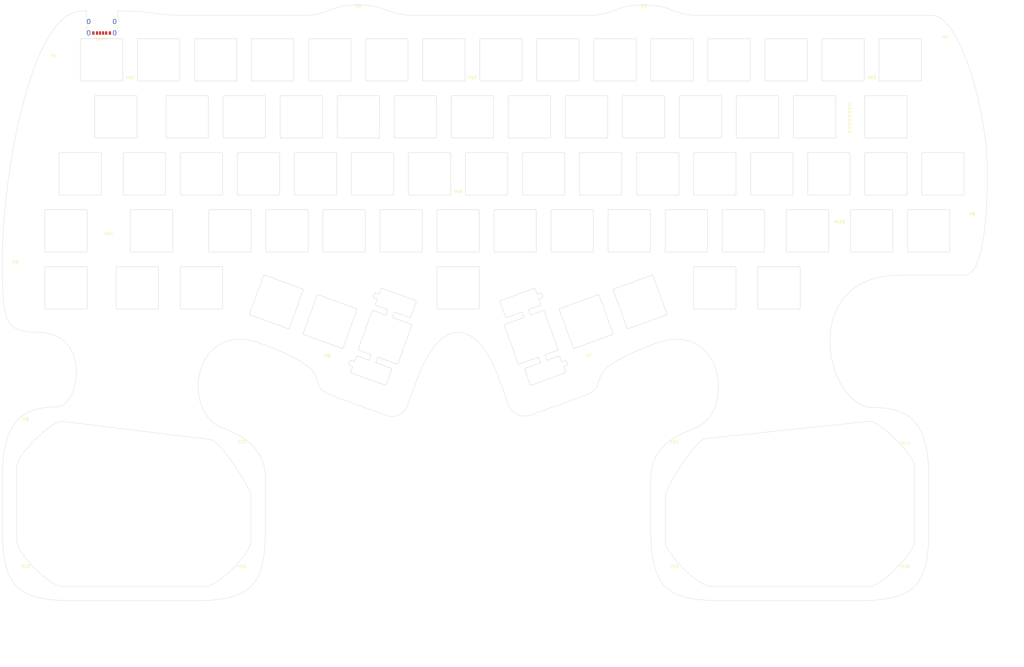
<source format=kicad_pcb>
(kicad_pcb (version 20241229) (generator "pcbnew") (generator_version "9.0")
  (layers (0 "F.Cu" signal) (2 "B.Cu" signal) (13 "F.Paste" user) (15 "B.Paste" user) (5 "F.SilkS" user "F.Silkscreen") (7 "B.SilkS" user "B.Silkscreen") (1 "F.Mask" user) (3 "B.Mask" user) (25 "Edge.Cuts" user))
  (net 0 "")
  (net 6 "Net-(Jusb1-VBUS-PadA9)")
  (footprint "tmr-lib:Switch_Cutout_powdercoat" (layer "F.Cu") (at 256.5 19)
    (property "Reference" "S28" (hide yes))
    (property "Value" "SWHole")
    (fp_line (start -7.05 -6.75) (end -7.05 6.75) (stroke (width 0.12)) (layer "Edge.Cuts"))
    (fp_line (start -6.75 -7.05) (end 6.75 -7.05) (stroke (width 0.12)) (layer "Edge.Cuts"))
    (fp_line (start -6.75 7.05) (end 6.75 7.05) (stroke (width 0.12)) (layer "Edge.Cuts"))
    (fp_line (start 7.05 -6.75) (end 7.05 6.75) (stroke (width 0.12)) (layer "Edge.Cuts"))
    (fp_arc (start -7.05 -6.75) (mid -6.962132 -6.962132) (end -6.75 -7.05) (stroke (width 0.12)) (layer "Edge.Cuts"))
    (fp_arc (start -6.75 7.05) (mid -6.962132 6.962132) (end -7.05 6.75) (stroke (width 0.12)) (layer "Edge.Cuts"))
    (fp_arc (start 6.75 -7.05) (mid 6.962132 -6.962132) (end 7.05 -6.75) (stroke (width 0.12)) (layer "Edge.Cuts"))
    (fp_arc (start 7.05 6.75) (mid 6.962132 6.962132) (end 6.75 7.05) (stroke (width 0.12)) (layer "Edge.Cuts"))
  )
  (footprint "tmr-lib:MountingHole_2.7mm_M2.5" (layer "F.Cu") (at 104.5 -14.25)
    (property "Reference" "H2" (at 0 -3.65 0) (layer "F.SilkS"))
    (property "Value" "MountingHole")
    (pad "" np_thru_hole circle (at 0 0) (size 2.7 2.7) (drill 2.7) (layers "*.Cu" "*.Mask"))
  )
  (footprint "tmr-lib:Switch_Cutout_powdercoat" (layer "F.Cu") (at 19 0)
    (property "Reference" "S1" (hide yes))
    (property "Value" "SWHole")
    (fp_line (start -7.05 -6.75) (end -7.05 6.75) (stroke (width 0.12)) (layer "Edge.Cuts"))
    (fp_line (start -6.75 -7.05) (end 6.75 -7.05) (stroke (width 0.12)) (layer "Edge.Cuts"))
    (fp_line (start -6.75 7.05) (end 6.75 7.05) (stroke (width 0.12)) (layer "Edge.Cuts"))
    (fp_line (start 7.05 -6.75) (end 7.05 6.75) (stroke (width 0.12)) (layer "Edge.Cuts"))
    (fp_arc (start -7.05 -6.75) (mid -6.962132 -6.962132) (end -6.75 -7.05) (stroke (width 0.12)) (layer "Edge.Cuts"))
    (fp_arc (start -6.75 7.05) (mid -6.962132 6.962132) (end -7.05 6.75) (stroke (width 0.12)) (layer "Edge.Cuts"))
    (fp_arc (start 6.75 -7.05) (mid 6.962132 -6.962132) (end 7.05 -6.75) (stroke (width 0.12)) (layer "Edge.Cuts"))
    (fp_arc (start 7.05 6.75) (mid 6.962132 6.962132) (end 6.75 7.05) (stroke (width 0.12)) (layer "Edge.Cuts"))
  )
  (footprint "tmr-lib:MountingHole_2.7mm_M2.5" (layer "F.Cu") (at -6.25 172.5)
    (property "Reference" "H12" (at 0 -3.65 0) (layer "F.SilkS"))
    (property "Value" "MountingHole")
    (pad "" np_thru_hole circle (at 0 0) (size 2.7 2.7) (drill 2.7) (layers "*.Cu" "*.Mask"))
  )
  (footprint "tmr-lib:Switch_Cutout_2u_powdercoat" (layer "F.Cu") (at 113.4 92.5 70)
    (property "Reference" "S64" (hide yes))
    (property "Value" "SWHole")
    (fp_line (start -12.45 -8.3) (end -11.55 -8.299999) (stroke (width 0.12)) (layer "Edge.Cuts"))
    (fp_line (start -12.85 -7.9) (end -12.85 -6.77) (stroke (width 0.12)) (layer "Edge.Cuts"))
    (fp_line (start -11.15 -7.899999) (end -11.15 -6.77) (stroke (width 0.12)) (layer "Edge.Cuts"))
    (fp_line (start -15 -6.37) (end -15 5.330001) (stroke (width 0.12)) (layer "Edge.Cuts"))
    (fp_line (start -12.85 -6.77) (end -14.6 -6.77) (stroke (width 0.12)) (layer "Edge.Cuts"))
    (fp_line (start -9.4 -6.77) (end -11.15 -6.77) (stroke (width 0.12)) (layer "Edge.Cuts"))
    (fp_line (start -9 -6.37) (end -9 -2.3) (stroke (width 0.12)) (layer "Edge.Cuts"))
    (fp_line (start -6.75 -7.05) (end 6.75 -7.05) (stroke (width 0.12)) (layer "Edge.Cuts"))
    (fp_line (start -7.05 -2.3) (end -7.05 -6.75) (stroke (width 0.12)) (layer "Edge.Cuts"))
    (fp_line (start -7.05 -2.3) (end -9 -2.3) (stroke (width 0.12)) (layer "Edge.Cuts"))
    (fp_line (start 7.05 -6.75) (end 7.05 -2.3) (stroke (width 0.12)) (layer "Edge.Cuts"))
    (fp_line (start 11.55 -8.3) (end 12.45 -8.3) (stroke (width 0.12)) (layer "Edge.Cuts"))
    (fp_line (start 11.15 -7.9) (end 11.15 -6.77) (stroke (width 0.12)) (layer "Edge.Cuts"))
    (fp_line (start -9 0) (end -9 5.33) (stroke (width 0.12)) (layer "Edge.Cuts"))
    (fp_line (start 12.85 -7.9) (end 12.85 -6.77) (stroke (width 0.12)) (layer "Edge.Cuts"))
    (fp_line (start 9 -6.37) (end 9 -2.3) (stroke (width 0.12)) (layer "Edge.Cuts"))
    (fp_line (start 11.15 -6.77) (end 9.4 -6.77) (stroke (width 0.12)) (layer "Edge.Cuts"))
    (fp_line (start -7.05 0) (end -9 0) (stroke (width 0.12)) (layer "Edge.Cuts"))
    (fp_line (start -7.05 0) (end -7.05 6.75) (stroke (width 0.12)) (layer "Edge.Cuts"))
    (fp_line (start 14.6 -6.77) (end 12.85 -6.77) (stroke (width 0.12)) (layer "Edge.Cuts"))
    (fp_line (start 15 -6.37) (end 15 5.33) (stroke (width 0.12)) (layer "Edge.Cuts"))
    (fp_line (start -14.6 5.73) (end -9.4 5.73) (stroke (width 0.12)) (layer "Edge.Cuts"))
    (fp_line (start 9 -2.3) (end 7.05 -2.3) (stroke (width 0.12)) (layer "Edge.Cuts"))
    (fp_line (start 7.05 0) (end 7.05 6.75) (stroke (width 0.12)) (layer "Edge.Cuts"))
    (fp_line (start 9 0) (end 7.05 0) (stroke (width 0.12)) (layer "Edge.Cuts"))
    (fp_line (start 9 0) (end 9 5.33) (stroke (width 0.12)) (layer "Edge.Cuts"))
    (fp_line (start -6.75 7.05) (end 6.75 7.05) (stroke (width 0.12)) (layer "Edge.Cuts"))
    (fp_line (start 9.4 5.73) (end 14.6 5.73) (stroke (width 0.12)) (layer "Edge.Cuts"))
    (fp_arc (start -12.85 -7.9) (mid -12.732843 -8.182843) (end -12.45 -8.3) (stroke (width 0.12)) (layer "Edge.Cuts"))
    (fp_arc (start -11.55 -8.299999) (mid -11.267157 -8.182842) (end -11.15 -7.899999) (stroke (width 0.12)) (layer "Edge.Cuts"))
    (fp_arc (start -15 -6.37) (mid -14.882843 -6.652844) (end -14.6 -6.77) (stroke (width 0.12)) (layer "Edge.Cuts"))
    (fp_arc (start -9.4 -6.77) (mid -9.117157 -6.652843) (end -9 -6.37) (stroke (width 0.12)) (layer "Edge.Cuts"))
    (fp_arc (start -7.05 -6.75) (mid -6.962132 -6.962131) (end -6.75 -7.05) (stroke (width 0.12)) (layer "Edge.Cuts"))
    (fp_arc (start 6.75 -7.05) (mid 6.962131 -6.962132) (end 7.05 -6.75) (stroke (width 0.12)) (layer "Edge.Cuts"))
    (fp_arc (start 11.15 -7.9) (mid 11.267156 -8.182843) (end 11.55 -8.3) (stroke (width 0.12)) (layer "Edge.Cuts"))
    (fp_arc (start 12.45 -8.3) (mid 12.732843 -8.182843) (end 12.85 -7.9) (stroke (width 0.12)) (layer "Edge.Cuts"))
    (fp_arc (start 9 -6.37) (mid 9.117157 -6.652843) (end 9.4 -6.77) (stroke (width 0.12)) (layer "Edge.Cuts"))
    (fp_arc (start 14.6 -6.77) (mid 14.882843 -6.652843) (end 15 -6.37) (stroke (width 0.12)) (layer "Edge.Cuts"))
    (fp_arc (start -14.6 5.73) (mid -14.882843 5.612843) (end -15 5.330001) (stroke (width 0.12)) (layer "Edge.Cuts"))
    (fp_arc (start -9 5.33) (mid -9.117157 5.612843) (end -9.4 5.73) (stroke (width 0.12)) (layer "Edge.Cuts"))
    (fp_arc (start -6.75 7.05) (mid -6.962131 6.962132) (end -7.05 6.75) (stroke (width 0.12)) (layer "Edge.Cuts"))
    (fp_arc (start 9.4 5.73) (mid 9.117157 5.612842) (end 9 5.33) (stroke (width 0.12)) (layer "Edge.Cuts"))
    (fp_arc (start 7.05 6.75) (mid 6.962132 6.962131) (end 6.75 7.05) (stroke (width 0.12)) (layer "Edge.Cuts"))
    (fp_arc (start 15 5.33) (mid 14.882843 5.612843) (end 14.6 5.73) (stroke (width 0.12)) (layer "Edge.Cuts"))
  )
  (footprint "tmr-lib:Switch_Cutout_powdercoat" (layer "F.Cu") (at 213.75 57)
    (property "Reference" "S55" (hide yes))
    (property "Value" "SWHole")
    (fp_line (start -7.05 -6.75) (end -7.05 6.75) (stroke (width 0.12)) (layer "Edge.Cuts"))
    (fp_line (start -6.75 -7.05) (end 6.75 -7.05) (stroke (width 0.12)) (layer "Edge.Cuts"))
    (fp_line (start -6.75 7.05) (end 6.75 7.05) (stroke (width 0.12)) (layer "Edge.Cuts"))
    (fp_line (start 7.05 -6.75) (end 7.05 6.75) (stroke (width 0.12)) (layer "Edge.Cuts"))
    (fp_arc (start -7.05 -6.75) (mid -6.962132 -6.962132) (end -6.75 -7.05) (stroke (width 0.12)) (layer "Edge.Cuts"))
    (fp_arc (start -6.75 7.05) (mid -6.962132 6.962132) (end -7.05 6.75) (stroke (width 0.12)) (layer "Edge.Cuts"))
    (fp_arc (start 6.75 -7.05) (mid 6.962132 -6.962132) (end 7.05 -6.75) (stroke (width 0.12)) (layer "Edge.Cuts"))
    (fp_arc (start 7.05 6.75) (mid 6.962132 6.962132) (end 6.75 7.05) (stroke (width 0.12)) (layer "Edge.Cuts"))
  )
  (footprint "tmr-lib:DowelHole_3.2mm_M3_powdercoat" (layer "F.Cu") (at 4.55 -4.45)
    (property "Reference" "Hd1")
    (property "Value" "DowelHole")
    (pad "" np_thru_hole circle (at 0 0) (size 3.2 3.2) (drill 3.2) (layers "*.Cu" "*.Mask"))
  )
  (footprint "tmr-lib:Switch_Cutout_powdercoat" (layer "F.Cu") (at 180.4 87.25 20)
    (property "Reference" "S67" (hide yes))
    (property "Value" "SWHole")
    (fp_line (start -7.05 -6.75) (end -7.05 6.75) (stroke (width 0.12)) (layer "Edge.Cuts"))
    (fp_line (start -6.75 -7.05) (end 6.75 -7.05) (stroke (width 0.12)) (layer "Edge.Cuts"))
    (fp_line (start -6.75 7.05) (end 6.75 7.05) (stroke (width 0.12)) (layer "Edge.Cuts"))
    (fp_line (start 7.05 -6.75) (end 7.05 6.75) (stroke (width 0.12)) (layer "Edge.Cuts"))
    (fp_arc (start -7.05 -6.75) (mid -6.962131 -6.962132) (end -6.75 -7.05) (stroke (width 0.12)) (layer "Edge.Cuts"))
    (fp_arc (start -6.75 7.05) (mid -6.962132 6.962131) (end -7.05 6.75) (stroke (width 0.12)) (layer "Edge.Cuts"))
    (fp_arc (start 6.75 -7.05) (mid 6.962132 -6.962131) (end 7.05 -6.75) (stroke (width 0.12)) (layer "Edge.Cuts"))
    (fp_arc (start 7.05 6.75) (mid 6.962131 6.962132) (end 6.75 7.05) (stroke (width 0.12)) (layer "Edge.Cuts"))
  )
  (footprint "tmr-lib:Switch_Cutout_powdercoat" (layer "F.Cu") (at 95.1 87.25 -20)
    (property "Reference" "S63" (hide yes))
    (property "Value" "SWHole")
    (fp_line (start -6.75 7.05) (end 6.75 7.05) (stroke (width 0.12)) (layer "Edge.Cuts"))
    (fp_line (start -7.05 -6.75) (end -7.05 6.75) (stroke (width 0.12)) (layer "Edge.Cuts"))
    (fp_line (start -6.75 -7.05) (end 6.75 -7.05) (stroke (width 0.12)) (layer "Edge.Cuts"))
    (fp_line (start 7.05 -6.75) (end 7.05 6.75) (stroke (width 0.12)) (layer "Edge.Cuts"))
    (fp_arc (start -6.75 7.05) (mid -6.962131 6.962132) (end -7.05 6.75) (stroke (width 0.12)) (layer "Edge.Cuts"))
    (fp_arc (start -7.05 -6.75) (mid -6.962132 -6.962131) (end -6.75 -7.05) (stroke (width 0.12)) (layer "Edge.Cuts"))
    (fp_arc (start 7.05 6.75) (mid 6.962132 6.962131) (end 6.75 7.05) (stroke (width 0.12)) (layer "Edge.Cuts"))
    (fp_arc (start 6.75 -7.05) (mid 6.962131 -6.962132) (end 7.05 -6.75) (stroke (width 0.12)) (layer "Edge.Cuts"))
  )
  (footprint "tmr-lib:Switch_Cutout_powdercoat" (layer "F.Cu") (at 47.5 19)
    (property "Reference" "S17" (hide yes))
    (property "Value" "SWHole")
    (fp_line (start -7.05 -6.75) (end -7.05 6.75) (stroke (width 0.12)) (layer "Edge.Cuts"))
    (fp_line (start -6.75 -7.05) (end 6.75 -7.05) (stroke (width 0.12)) (layer "Edge.Cuts"))
    (fp_line (start -6.75 7.05) (end 6.75 7.05) (stroke (width 0.12)) (layer "Edge.Cuts"))
    (fp_line (start 7.05 -6.75) (end 7.05 6.75) (stroke (width 0.12)) (layer "Edge.Cuts"))
    (fp_arc (start -7.05 -6.75) (mid -6.962132 -6.962132) (end -6.75 -7.05) (stroke (width 0.12)) (layer "Edge.Cuts"))
    (fp_arc (start -6.75 7.05) (mid -6.962132 6.962132) (end -7.05 6.75) (stroke (width 0.12)) (layer "Edge.Cuts"))
    (fp_arc (start 6.75 -7.05) (mid 6.962132 -6.962132) (end 7.05 -6.75) (stroke (width 0.12)) (layer "Edge.Cuts"))
    (fp_arc (start 7.05 6.75) (mid 6.962132 6.962132) (end 6.75 7.05) (stroke (width 0.12)) (layer "Edge.Cuts"))
  )
  (footprint "MountingHole:MountingHole_2.1mm" (layer "F.Cu") (at 28.5 8.93)
    (property "Reference" "Hs1" (at 0 -3.05 0) (layer "F.SilkS"))
    (property "Value" "MountingHole")
    (pad "" np_thru_hole circle (at 0 0) (size 2.1 2.1) (drill 2.1) (layers "*.Cu" "*.Mask"))
  )
  (footprint "tmr-lib:Switch_Cutout_powdercoat" (layer "F.Cu") (at 285 0)
    (property "Reference" "S15" (hide yes))
    (property "Value" "SWHole")
    (fp_line (start -7.05 -6.75) (end -7.05 6.75) (stroke (width 0.12)) (layer "Edge.Cuts"))
    (fp_line (start -6.75 -7.05) (end 6.75 -7.05) (stroke (width 0.12)) (layer "Edge.Cuts"))
    (fp_line (start -6.75 7.05) (end 6.75 7.05) (stroke (width 0.12)) (layer "Edge.Cuts"))
    (fp_line (start 7.05 -6.75) (end 7.05 6.75) (stroke (width 0.12)) (layer "Edge.Cuts"))
    (fp_arc (start -7.05 -6.75) (mid -6.962132 -6.962132) (end -6.75 -7.05) (stroke (width 0.12)) (layer "Edge.Cuts"))
    (fp_arc (start -6.75 7.05) (mid -6.962132 6.962132) (end -7.05 6.75) (stroke (width 0.12)) (layer "Edge.Cuts"))
    (fp_arc (start 6.75 -7.05) (mid 6.962132 -6.962132) (end 7.05 -6.75) (stroke (width 0.12)) (layer "Edge.Cuts"))
    (fp_arc (start 7.05 6.75) (mid 6.962132 6.962132) (end 6.75 7.05) (stroke (width 0.12)) (layer "Edge.Cuts"))
  )
  (footprint "tmr-lib:Switch_Cutout_powdercoat" (layer "F.Cu") (at 57 0)
    (property "Reference" "S3" (hide yes))
    (property "Value" "SWHole")
    (fp_line (start -7.05 -6.75) (end -7.05 6.75) (stroke (width 0.12)) (layer "Edge.Cuts"))
    (fp_line (start -6.75 -7.05) (end 6.75 -7.05) (stroke (width 0.12)) (layer "Edge.Cuts"))
    (fp_line (start -6.75 7.05) (end 6.75 7.05) (stroke (width 0.12)) (layer "Edge.Cuts"))
    (fp_line (start 7.05 -6.75) (end 7.05 6.75) (stroke (width 0.12)) (layer "Edge.Cuts"))
    (fp_arc (start -7.05 -6.75) (mid -6.962132 -6.962132) (end -6.75 -7.05) (stroke (width 0.12)) (layer "Edge.Cuts"))
    (fp_arc (start -6.75 7.05) (mid -6.962132 6.962132) (end -7.05 6.75) (stroke (width 0.12)) (layer "Edge.Cuts"))
    (fp_arc (start 6.75 -7.05) (mid 6.962132 -6.962132) (end 7.05 -6.75) (stroke (width 0.12)) (layer "Edge.Cuts"))
    (fp_arc (start 7.05 6.75) (mid 6.962132 6.962132) (end 6.75 7.05) (stroke (width 0.12)) (layer "Edge.Cuts"))
  )
  (footprint "tmr-lib:MountingHole_2.7mm_M2.5" (layer "F.Cu") (at 94.25 102.25)
    (property "Reference" "H6" (at 0 -3.65 0) (layer "F.SilkS"))
    (property "Value" "MountingHole")
    (pad "" np_thru_hole circle (at 0 0) (size 2.7 2.7) (drill 2.7) (layers "*.Cu" "*.Mask"))
  )
  (footprint "tmr-lib:MountingHole_2.7mm_M2.5" (layer "F.Cu") (at 65.75 131)
    (property "Reference" "H10" (at 0 -3.65 0) (layer "F.SilkS"))
    (property "Value" "MountingHole")
    (pad "" np_thru_hole circle (at 0 0) (size 2.7 2.7) (drill 2.7) (layers "*.Cu" "*.Mask"))
  )
  (footprint "tmr-lib:Switch_Cutout_powdercoat" (layer "F.Cu") (at 137.75 57)
    (property "Reference" "S51" (hide yes))
    (property "Value" "SWHole")
    (fp_line (start -7.05 -6.75) (end -7.05 6.75) (stroke (width 0.12)) (layer "Edge.Cuts"))
    (fp_line (start -6.75 -7.05) (end 6.75 -7.05) (stroke (width 0.12)) (layer "Edge.Cuts"))
    (fp_line (start -6.75 7.05) (end 6.75 7.05) (stroke (width 0.12)) (layer "Edge.Cuts"))
    (fp_line (start 7.05 -6.75) (end 7.05 6.75) (stroke (width 0.12)) (layer "Edge.Cuts"))
    (fp_arc (start -7.05 -6.75) (mid -6.962132 -6.962132) (end -6.75 -7.05) (stroke (width 0.12)) (layer "Edge.Cuts"))
    (fp_arc (start -6.75 7.05) (mid -6.962132 6.962132) (end -7.05 6.75) (stroke (width 0.12)) (layer "Edge.Cuts"))
    (fp_arc (start 6.75 -7.05) (mid 6.962132 -6.962132) (end 7.05 -6.75) (stroke (width 0.12)) (layer "Edge.Cuts"))
    (fp_arc (start 7.05 6.75) (mid 6.962132 6.962132) (end 6.75 7.05) (stroke (width 0.12)) (layer "Edge.Cuts"))
  )
  (footprint "tmr-lib:MountingHole_2.7mm_M2.5" (layer "F.Cu") (at 209.75 131)
    (property "Reference" "H14" (at 0 -3.65 0) (layer "F.SilkS"))
    (property "Value" "MountingHole")
    (pad "" np_thru_hole circle (at 0 0) (size 2.7 2.7) (drill 2.7) (layers "*.Cu" "*.Mask"))
  )
  (footprint "tmr-lib:Switch_Cutout_powdercoat" (layer "F.Cu") (at 90.25 38)
    (property "Reference" "S34" (hide yes))
    (property "Value" "SWHole")
    (fp_line (start -7.05 -6.75) (end -7.05 6.75) (stroke (width 0.12)) (layer "Edge.Cuts"))
    (fp_line (start -6.75 -7.05) (end 6.75 -7.05) (stroke (width 0.12)) (layer "Edge.Cuts"))
    (fp_line (start -6.75 7.05) (end 6.75 7.05) (stroke (width 0.12)) (layer "Edge.Cuts"))
    (fp_line (start 7.05 -6.75) (end 7.05 6.75) (stroke (width 0.12)) (layer "Edge.Cuts"))
    (fp_arc (start -7.05 -6.75) (mid -6.962132 -6.962132) (end -6.75 -7.05) (stroke (width 0.12)) (layer "Edge.Cuts"))
    (fp_arc (start -6.75 7.05) (mid -6.962132 6.962132) (end -7.05 6.75) (stroke (width 0.12)) (layer "Edge.Cuts"))
    (fp_arc (start 6.75 -7.05) (mid 6.962132 -6.962132) (end 7.05 -6.75) (stroke (width 0.12)) (layer "Edge.Cuts"))
    (fp_arc (start 7.05 6.75) (mid 6.962132 6.962132) (end 6.75 7.05) (stroke (width 0.12)) (layer "Edge.Cuts"))
  )
  (footprint "tmr-lib:MountingHole_2.7mm_M2.5" (layer "F.Cu") (at 300 -4)
    (property "Reference" "H4" (at 0 -3.65 0) (layer "F.SilkS"))
    (property "Value" "MountingHole")
    (pad "" np_thru_hole circle (at 0 0) (size 2.7 2.7) (drill 2.7) (layers "*.Cu" "*.Mask"))
  )
  (footprint "tmr-lib:MountingHole_2.7mm_M2.5" (layer "F.Cu") (at 65.75 172.5)
    (property "Reference" "H11" (at 0 -3.65 0) (layer "F.SilkS"))
    (property "Value" "MountingHole")
    (pad "" np_thru_hole circle (at 0 0) (size 2.7 2.7) (drill 2.7) (layers "*.Cu" "*.Mask"))
  )
  (footprint "tmr-lib:Switch_Cutout_powdercoat" (layer "F.Cu") (at 80.75 57)
    (property "Reference" "S48" (hide yes))
    (property "Value" "SWHole")
    (fp_line (start -7.05 -6.75) (end -7.05 6.75) (stroke (width 0.12)) (layer "Edge.Cuts"))
    (fp_line (start -6.75 -7.05) (end 6.75 -7.05) (stroke (width 0.12)) (layer "Edge.Cuts"))
    (fp_line (start -6.75 7.05) (end 6.75 7.05) (stroke (width 0.12)) (layer "Edge.Cuts"))
    (fp_line (start 7.05 -6.75) (end 7.05 6.75) (stroke (width 0.12)) (layer "Edge.Cuts"))
    (fp_arc (start -7.05 -6.75) (mid -6.962132 -6.962132) (end -6.75 -7.05) (stroke (width 0.12)) (layer "Edge.Cuts"))
    (fp_arc (start -6.75 7.05) (mid -6.962132 6.962132) (end -7.05 6.75) (stroke (width 0.12)) (layer "Edge.Cuts"))
    (fp_arc (start 6.75 -7.05) (mid 6.962132 -6.962132) (end 7.05 -6.75) (stroke (width 0.12)) (layer "Edge.Cuts"))
    (fp_arc (start 7.05 6.75) (mid 6.962132 6.962132) (end 6.75 7.05) (stroke (width 0.12)) (layer "Edge.Cuts"))
  )
  (footprint "tmr-lib:Switch_Cutout_powdercoat" (layer "F.Cu") (at 166.25 38)
    (property "Reference" "S38" (hide yes))
    (property "Value" "SWHole")
    (fp_line (start -7.05 -6.75) (end -7.05 6.75) (stroke (width 0.12)) (layer "Edge.Cuts"))
    (fp_line (start -6.75 -7.05) (end 6.75 -7.05) (stroke (width 0.12)) (layer "Edge.Cuts"))
    (fp_line (start -6.75 7.05) (end 6.75 7.05) (stroke (width 0.12)) (layer "Edge.Cuts"))
    (fp_line (start 7.05 -6.75) (end 7.05 6.75) (stroke (width 0.12)) (layer "Edge.Cuts"))
    (fp_arc (start -7.05 -6.75) (mid -6.962132 -6.962132) (end -6.75 -7.05) (stroke (width 0.12)) (layer "Edge.Cuts"))
    (fp_arc (start -6.75 7.05) (mid -6.962132 6.962132) (end -7.05 6.75) (stroke (width 0.12)) (layer "Edge.Cuts"))
    (fp_arc (start 6.75 -7.05) (mid 6.962132 -6.962132) (end 7.05 -6.75) (stroke (width 0.12)) (layer "Edge.Cuts"))
    (fp_arc (start 7.05 6.75) (mid 6.962132 6.962132) (end 6.75 7.05) (stroke (width 0.12)) (layer "Edge.Cuts"))
  )
  (footprint "tmr-lib:Switch_Cutout_1.25u_powdercoat" (layer "F.Cu") (at 254.125 57)
    (property "Reference" "S57" (hide yes))
    (property "Value" "SWHole")
    (fp_line (start -7.05 -6.75) (end -7.05 6.75) (stroke (width 0.12)) (layer "Edge.Cuts"))
    (fp_line (start -6.75 -7.05) (end 6.75 -7.05) (stroke (width 0.12)) (layer "Edge.Cuts"))
    (fp_line (start -6.75 7.05) (end 6.75 7.05) (stroke (width 0.12)) (layer "Edge.Cuts"))
    (fp_line (start 7.05 -6.75) (end 7.05 6.75) (stroke (width 0.12)) (layer "Edge.Cuts"))
    (fp_arc (start -7.05 -6.75) (mid -6.962132 -6.962132) (end -6.75 -7.05) (stroke (width 0.12)) (layer "Edge.Cuts"))
    (fp_arc (start -6.75 7.05) (mid -6.962132 6.962132) (end -7.05 6.75) (stroke (width 0.12)) (layer "Edge.Cuts"))
    (fp_arc (start 6.75 -7.05) (mid 6.962132 -6.962132) (end 7.05 -6.75) (stroke (width 0.12)) (layer "Edge.Cuts"))
    (fp_arc (start 7.05 6.75) (mid 6.962132 6.962132) (end 6.75 7.05) (stroke (width 0.12)) (layer "Edge.Cuts"))
  )
  (footprint "tmr-lib:MountingHole_2.7mm_M2.5" (layer "F.Cu") (at -9.7 71)
    (property "Reference" "H5" (at 0 -3.65 0) (layer "F.SilkS"))
    (property "Value" "MountingHole")
    (pad "" np_thru_hole circle (at 0 0) (size 2.7 2.7) (drill 2.7) (layers "*.Cu" "*.Mask"))
  )
  (footprint "tmr-lib:Switch_Cutout_powdercoat" (layer "F.Cu") (at 223.25 38)
    (property "Reference" "S41" (hide yes))
    (property "Value" "SWHole")
    (fp_line (start -7.05 -6.75) (end -7.05 6.75) (stroke (width 0.12)) (layer "Edge.Cuts"))
    (fp_line (start -6.75 -7.05) (end 6.75 -7.05) (stroke (width 0.12)) (layer "Edge.Cuts"))
    (fp_line (start -6.75 7.05) (end 6.75 7.05) (stroke (width 0.12)) (layer "Edge.Cuts"))
    (fp_line (start 7.05 -6.75) (end 7.05 6.75) (stroke (width 0.12)) (layer "Edge.Cuts"))
    (fp_arc (start -7.05 -6.75) (mid -6.962132 -6.962132) (end -6.75 -7.05) (stroke (width 0.12)) (layer "Edge.Cuts"))
    (fp_arc (start -6.75 7.05) (mid -6.962132 6.962132) (end -7.05 6.75) (stroke (width 0.12)) (layer "Edge.Cuts"))
    (fp_arc (start 6.75 -7.05) (mid 6.962132 -6.962132) (end 7.05 -6.75) (stroke (width 0.12)) (layer "Edge.Cuts"))
    (fp_arc (start 7.05 6.75) (mid 6.962132 6.962132) (end 6.75 7.05) (stroke (width 0.12)) (layer "Edge.Cuts"))
  )
  (footprint "tmr-lib:MountingHole_1.7mm_M1.6_NoPad" (layer "F.Cu") (at 95 27.93)
    (property "Reference" "Hs8")
    (property "Value" "MountingHole")
    (pad "" np_thru_hole circle (at 0 0) (size 1.7 1.7) (drill 1.7) (layers "*.Cu" "*.Mask"))
  )
  (footprint "tmr-lib:Switch_Cutout_powdercoat" (layer "F.Cu") (at 147.25 38)
    (property "Reference" "S37" (hide yes))
    (property "Value" "SWHole")
    (fp_line (start -7.05 -6.75) (end -7.05 6.75) (stroke (width 0.12)) (layer "Edge.Cuts"))
    (fp_line (start -6.75 -7.05) (end 6.75 -7.05) (stroke (width 0.12)) (layer "Edge.Cuts"))
    (fp_line (start -6.75 7.05) (end 6.75 7.05) (stroke (width 0.12)) (layer "Edge.Cuts"))
    (fp_line (start 7.05 -6.75) (end 7.05 6.75) (stroke (width 0.12)) (layer "Edge.Cuts"))
    (fp_arc (start -7.05 -6.75) (mid -6.962132 -6.962132) (end -6.75 -7.05) (stroke (width 0.12)) (layer "Edge.Cuts"))
    (fp_arc (start -6.75 7.05) (mid -6.962132 6.962132) (end -7.05 6.75) (stroke (width 0.12)) (layer "Edge.Cuts"))
    (fp_arc (start 6.75 -7.05) (mid 6.962132 -6.962132) (end 7.05 -6.75) (stroke (width 0.12)) (layer "Edge.Cuts"))
    (fp_arc (start 7.05 6.75) (mid 6.962132 6.962132) (end 6.75 7.05) (stroke (width 0.12)) (layer "Edge.Cuts"))
  )
  (footprint "tmr-lib:Switch_Cutout_powdercoat" (layer "F.Cu") (at 52.25 76)
    (property "Reference" "S61" (hide yes))
    (property "Value" "SWHole")
    (fp_line (start -7.05 -6.75) (end -7.05 6.75) (stroke (width 0.12)) (layer "Edge.Cuts"))
    (fp_line (start -6.75 -7.05) (end 6.75 -7.05) (stroke (width 0.12)) (layer "Edge.Cuts"))
    (fp_line (start -6.75 7.05) (end 6.75 7.05) (stroke (width 0.12)) (layer "Edge.Cuts"))
    (fp_line (start 7.05 -6.75) (end 7.05 6.75) (stroke (width 0.12)) (layer "Edge.Cuts"))
    (fp_arc (start -7.05 -6.75) (mid -6.962132 -6.962132) (end -6.75 -7.05) (stroke (width 0.12)) (layer "Edge.Cuts"))
    (fp_arc (start -6.75 7.05) (mid -6.962132 6.962132) (end -7.05 6.75) (stroke (width 0.12)) (layer "Edge.Cuts"))
    (fp_arc (start 6.75 -7.05) (mid 6.962132 -6.962132) (end 7.05 -6.75) (stroke (width 0.12)) (layer "Edge.Cuts"))
    (fp_arc (start 7.05 6.75) (mid 6.962132 6.962132) (end 6.75 7.05) (stroke (width 0.12)) (layer "Edge.Cuts"))
  )
  (footprint "tmr-lib:Switch_Cutout_powdercoat" (layer "F.Cu") (at 156.75 57)
    (property "Reference" "S52" (hide yes))
    (property "Value" "SWHole")
    (fp_line (start -7.05 -6.75) (end -7.05 6.75) (stroke (width 0.12)) (layer "Edge.Cuts"))
    (fp_line (start -6.75 -7.05) (end 6.75 -7.05) (stroke (width 0.12)) (layer "Edge.Cuts"))
    (fp_line (start -6.75 7.05) (end 6.75 7.05) (stroke (width 0.12)) (layer "Edge.Cuts"))
    (fp_line (start 7.05 -6.75) (end 7.05 6.75) (stroke (width 0.12)) (layer "Edge.Cuts"))
    (fp_arc (start -7.05 -6.75) (mid -6.962132 -6.962132) (end -6.75 -7.05) (stroke (width 0.12)) (layer "Edge.Cuts"))
    (fp_arc (start -6.75 7.05) (mid -6.962132 6.962132) (end -7.05 6.75) (stroke (width 0.12)) (layer "Edge.Cuts"))
    (fp_arc (start 6.75 -7.05) (mid 6.962132 -6.962132) (end 7.05 -6.75) (stroke (width 0.12)) (layer "Edge.Cuts"))
    (fp_arc (start 7.05 6.75) (mid 6.962132 6.962132) (end 6.75 7.05) (stroke (width 0.12)) (layer "Edge.Cuts"))
  )
  (footprint "tmr-lib:Switch_Cutout_powdercoat" (layer "F.Cu") (at 128.25 38)
    (property "Reference" "S36" (hide yes))
    (property "Value" "SWHole")
    (fp_line (start -7.05 -6.75) (end -7.05 6.75) (stroke (width 0.12)) (layer "Edge.Cuts"))
    (fp_line (start -6.75 -7.05) (end 6.75 -7.05) (stroke (width 0.12)) (layer "Edge.Cuts"))
    (fp_line (start -6.75 7.05) (end 6.75 7.05) (stroke (width 0.12)) (layer "Edge.Cuts"))
    (fp_line (start 7.05 -6.75) (end 7.05 6.75) (stroke (width 0.12)) (layer "Edge.Cuts"))
    (fp_arc (start -7.05 -6.75) (mid -6.962132 -6.962132) (end -6.75 -7.05) (stroke (width 0.12)) (layer "Edge.Cuts"))
    (fp_arc (start -6.75 7.05) (mid -6.962132 6.962132) (end -7.05 6.75) (stroke (width 0.12)) (layer "Edge.Cuts"))
    (fp_arc (start 6.75 -7.05) (mid 6.962132 -6.962132) (end 7.05 -6.75) (stroke (width 0.12)) (layer "Edge.Cuts"))
    (fp_arc (start 7.05 6.75) (mid 6.962132 6.962132) (end 6.75 7.05) (stroke (width 0.12)) (layer "Edge.Cuts"))
  )
  (footprint "tmr-lib:Switch_Cutout_1.25u_powdercoat" (layer "F.Cu") (at 7.125 76)
    (property "Reference" "S59" (hide yes))
    (property "Value" "SWHole")
    (fp_line (start -7.05 -6.75) (end -7.05 6.75) (stroke (width 0.12)) (layer "Edge.Cuts"))
    (fp_line (start -6.75 -7.05) (end 6.75 -7.05) (stroke (width 0.12)) (layer "Edge.Cuts"))
    (fp_line (start -6.75 7.05) (end 6.75 7.05) (stroke (width 0.12)) (layer "Edge.Cuts"))
    (fp_line (start 7.05 -6.75) (end 7.05 6.75) (stroke (width 0.12)) (layer "Edge.Cuts"))
    (fp_arc (start -7.05 -6.75) (mid -6.962132 -6.962132) (end -6.75 -7.05) (stroke (width 0.12)) (layer "Edge.Cuts"))
    (fp_arc (start -6.75 7.05) (mid -6.962132 6.962132) (end -7.05 6.75) (stroke (width 0.12)) (layer "Edge.Cuts"))
    (fp_arc (start 6.75 -7.05) (mid 6.962132 -6.962132) (end 7.05 -6.75) (stroke (width 0.12)) (layer "Edge.Cuts"))
    (fp_arc (start 7.05 6.75) (mid 6.962132 6.962132) (end 6.75 7.05) (stroke (width 0.12)) (layer "Edge.Cuts"))
  )
  (footprint "tmr-lib:MountingHole_2.7mm_M2.5" (layer "F.Cu") (at 286.75 172.5)
    (property "Reference" "H16" (at 0 -3.65 0) (layer "F.SilkS"))
    (property "Value" "MountingHole")
    (pad "" np_thru_hole circle (at 0 0) (size 2.7 2.7) (drill 2.7) (layers "*.Cu" "*.Mask"))
  )
  (footprint "tmr-lib:DowelHole_3.2mm_M3_powdercoat" (layer "F.Cu") (at 262 72)
    (property "Reference" "Hd2")
    (property "Value" "DowelHole")
    (pad "" np_thru_hole circle (at 0 0) (size 3.2 3.2) (drill 3.2) (layers "*.Cu" "*.Mask"))
  )
  (footprint "tmr-lib:Switch_Cutout_powdercoat" (layer "F.Cu") (at 77.225 80.7 -20)
    (property "Reference" "S62" (hide yes))
    (property "Value" "SWHole")
    (fp_line (start -6.75 7.05) (end 6.75 7.05) (stroke (width 0.12)) (layer "Edge.Cuts"))
    (fp_line (start -7.05 -6.75) (end -7.05 6.75) (stroke (width 0.12)) (layer "Edge.Cuts"))
    (fp_line (start -6.75 -7.05) (end 6.75 -7.05) (stroke (width 0.12)) (layer "Edge.Cuts"))
    (fp_line (start 7.05 -6.75) (end 7.05 6.75) (stroke (width 0.12)) (layer "Edge.Cuts"))
    (fp_arc (start -6.75 7.05) (mid -6.962131 6.962132) (end -7.05 6.75) (stroke (width 0.12)) (layer "Edge.Cuts"))
    (fp_arc (start -7.05 -6.75) (mid -6.962132 -6.962131) (end -6.75 -7.05) (stroke (width 0.12)) (layer "Edge.Cuts"))
    (fp_arc (start 7.05 6.75) (mid 6.962132 6.962131) (end 6.75 7.05) (stroke (width 0.12)) (layer "Edge.Cuts"))
    (fp_arc (start 6.75 -7.05) (mid 6.962131 -6.962132) (end 7.05 -6.75) (stroke (width 0.12)) (layer "Edge.Cuts"))
  )
  (footprint "tmr-lib:MountingHole_1.7mm_M1.6_NoPad" (layer "F.Cu") (at 86.355 83.6)
    (property "Reference" "Hs6")
    (property "Value" "MountingHole")
    (pad "" np_thru_hole circle (at 0 0) (size 1.7 1.7) (drill 1.7) (layers "*.Cu" "*.Mask"))
  )
  (footprint "tmr-lib:Switch_Cutout_powdercoat" (layer "F.Cu") (at 118.75 57)
    (property "Reference" "S50" (hide yes))
    (property "Value" "SWHole")
    (fp_line (start -7.05 -6.75) (end -7.05 6.75) (stroke (width 0.12)) (layer "Edge.Cuts"))
    (fp_line (start -6.75 -7.05) (end 6.75 -7.05) (stroke (width 0.12)) (layer "Edge.Cuts"))
    (fp_line (start -6.75 7.05) (end 6.75 7.05) (stroke (width 0.12)) (layer "Edge.Cuts"))
    (fp_line (start 7.05 -6.75) (end 7.05 6.75) (stroke (width 0.12)) (layer "Edge.Cuts"))
    (fp_arc (start -7.05 -6.75) (mid -6.962132 -6.962132) (end -6.75 -7.05) (stroke (width 0.12)) (layer "Edge.Cuts"))
    (fp_arc (start -6.75 7.05) (mid -6.962132 6.962132) (end -7.05 6.75) (stroke (width 0.12)) (layer "Edge.Cuts"))
    (fp_arc (start 6.75 -7.05) (mid 6.962132 -6.962132) (end 7.05 -6.75) (stroke (width 0.12)) (layer "Edge.Cuts"))
    (fp_arc (start 7.05 6.75) (mid 6.962132 6.962132) (end 6.75 7.05) (stroke (width 0.12)) (layer "Edge.Cuts"))
  )
  (footprint "tmr-lib:Switch_Cutout_powdercoat" (layer "F.Cu") (at 198.35 80.7 20)
    (property "Reference" "S68" (hide yes))
    (property "Value" "SWHole")
    (fp_line (start -7.05 -6.75) (end -7.05 6.75) (stroke (width 0.12)) (layer "Edge.Cuts"))
    (fp_line (start -6.75 -7.05) (end 6.75 -7.05) (stroke (width 0.12)) (layer "Edge.Cuts"))
    (fp_line (start -6.75 7.05) (end 6.75 7.05) (stroke (width 0.12)) (layer "Edge.Cuts"))
    (fp_line (start 7.05 -6.75) (end 7.05 6.75) (stroke (width 0.12)) (layer "Edge.Cuts"))
    (fp_arc (start -7.05 -6.75) (mid -6.962131 -6.962132) (end -6.75 -7.05) (stroke (width 0.12)) (layer "Edge.Cuts"))
    (fp_arc (start -6.75 7.05) (mid -6.962132 6.962131) (end -7.05 6.75) (stroke (width 0.12)) (layer "Edge.Cuts"))
    (fp_arc (start 6.75 -7.05) (mid 6.962132 -6.962131) (end 7.05 -6.75) (stroke (width 0.12)) (layer "Edge.Cuts"))
    (fp_arc (start 7.05 6.75) (mid 6.962131 6.962132) (end 6.75 7.05) (stroke (width 0.12)) (layer "Edge.Cuts"))
  )
  (footprint "tmr-lib:Switch_Cutout_powdercoat" (layer "F.Cu") (at 266 0)
    (property "Reference" "S14" (hide yes))
    (property "Value" "SWHole")
    (fp_line (start -7.05 -6.75) (end -7.05 6.75) (stroke (width 0.12)) (layer "Edge.Cuts"))
    (fp_line (start -6.75 -7.05) (end 6.75 -7.05) (stroke (width 0.12)) (layer "Edge.Cuts"))
    (fp_line (start -6.75 7.05) (end 6.75 7.05) (stroke (width 0.12)) (layer "Edge.Cuts"))
    (fp_line (start 7.05 -6.75) (end 7.05 6.75) (stroke (width 0.12)) (layer "Edge.Cuts"))
    (fp_arc (start -7.05 -6.75) (mid -6.962132 -6.962132) (end -6.75 -7.05) (stroke (width 0.12)) (layer "Edge.Cuts"))
    (fp_arc (start -6.75 7.05) (mid -6.962132 6.962132) (end -7.05 6.75) (stroke (width 0.12)) (layer "Edge.Cuts"))
    (fp_arc (start 6.75 -7.05) (mid 6.962132 -6.962132) (end 7.05 -6.75) (stroke (width 0.12)) (layer "Edge.Cuts"))
    (fp_arc (start 7.05 6.75) (mid 6.962132 6.962132) (end 6.75 7.05) (stroke (width 0.12)) (layer "Edge.Cuts"))
  )
  (footprint "tmr-lib:Switch_Cutout_powdercoat" (layer "F.Cu") (at 142.5 19)
    (property "Reference" "S22" (hide yes))
    (property "Value" "SWHole")
    (fp_line (start -7.05 -6.75) (end -7.05 6.75) (stroke (width 0.12)) (layer "Edge.Cuts"))
    (fp_line (start -6.75 -7.05) (end 6.75 -7.05) (stroke (width 0.12)) (layer "Edge.Cuts"))
    (fp_line (start -6.75 7.05) (end 6.75 7.05) (stroke (width 0.12)) (layer "Edge.Cuts"))
    (fp_line (start 7.05 -6.75) (end 7.05 6.75) (stroke (width 0.12)) (layer "Edge.Cuts"))
    (fp_arc (start -7.05 -6.75) (mid -6.962132 -6.962132) (end -6.75 -7.05) (stroke (width 0.12)) (layer "Edge.Cuts"))
    (fp_arc (start -6.75 7.05) (mid -6.962132 6.962132) (end -7.05 6.75) (stroke (width 0.12)) (layer "Edge.Cuts"))
    (fp_arc (start 6.75 -7.05) (mid 6.962132 -6.962132) (end 7.05 -6.75) (stroke (width 0.12)) (layer "Edge.Cuts"))
    (fp_arc (start 7.05 6.75) (mid 6.962132 6.962132) (end 6.75 7.05) (stroke (width 0.12)) (layer "Edge.Cuts"))
  )
  (footprint "tmr-lib:Switch_Cutout_powdercoat" (layer "F.Cu") (at 294.5 57)
    (property "Reference" "S71" (hide yes))
    (property "Value" "SWHole")
    (fp_line (start -7.05 -6.75) (end -7.05 6.75) (stroke (width 0.12)) (layer "Edge.Cuts"))
    (fp_line (start -6.75 -7.05) (end 6.75 -7.05) (stroke (width 0.12)) (layer "Edge.Cuts"))
    (fp_line (start -6.75 7.05) (end 6.75 7.05) (stroke (width 0.12)) (layer "Edge.Cuts"))
    (fp_line (start 7.05 -6.75) (end 7.05 6.75) (stroke (width 0.12)) (layer "Edge.Cuts"))
    (fp_arc (start -7.05 -6.75) (mid -6.962132 -6.962132) (end -6.75 -7.05) (stroke (width 0.12)) (layer "Edge.Cuts"))
    (fp_arc (start -6.75 7.05) (mid -6.962132 6.962132) (end -7.05 6.75) (stroke (width 0.12)) (layer "Edge.Cuts"))
    (fp_arc (start 6.75 -7.05) (mid 6.962132 -6.962132) (end 7.05 -6.75) (stroke (width 0.12)) (layer "Edge.Cuts"))
    (fp_arc (start 7.05 6.75) (mid 6.962132 6.962132) (end 6.75 7.05) (stroke (width 0.12)) (layer "Edge.Cuts"))
  )
  (footprint "tmr-lib:Switch_Cutout_powdercoat" (layer "F.Cu") (at 280.25 19)
    (property "Reference" "S29" (hide yes))
    (property "Value" "SWHole")
    (fp_line (start -7.05 -6.75) (end -7.05 6.75) (stroke (width 0.12)) (layer "Edge.Cuts"))
    (fp_line (start -6.75 -7.05) (end 6.75 -7.05) (stroke (width 0.12)) (layer "Edge.Cuts"))
    (fp_line (start -6.75 7.05) (end 6.75 7.05) (stroke (width 0.12)) (layer "Edge.Cuts"))
    (fp_line (start 7.05 -6.75) (end 7.05 6.75) (stroke (width 0.12)) (layer "Edge.Cuts"))
    (fp_arc (start -7.05 -6.75) (mid -6.962132 -6.962132) (end -6.75 -7.05) (stroke (width 0.12)) (layer "Edge.Cuts"))
    (fp_arc (start -6.75 7.05) (mid -6.962132 6.962132) (end -7.05 6.75) (stroke (width 0.12)) (layer "Edge.Cuts"))
    (fp_arc (start 6.75 -7.05) (mid 6.962132 -6.962132) (end 7.05 -6.75) (stroke (width 0.12)) (layer "Edge.Cuts"))
    (fp_arc (start 7.05 6.75) (mid 6.962132 6.962132) (end 6.75 7.05) (stroke (width 0.12)) (layer "Edge.Cuts"))
  )
  (footprint "tmr-lib:Switch_Cutout_powdercoat" (layer "F.Cu") (at 228 0)
    (property "Reference" "S12" (hide yes))
    (property "Value" "SWHole")
    (fp_line (start -7.05 -6.75) (end -7.05 6.75) (stroke (width 0.12)) (layer "Edge.Cuts"))
    (fp_line (start -6.75 -7.05) (end 6.75 -7.05) (stroke (width 0.12)) (layer "Edge.Cuts"))
    (fp_line (start -6.75 7.05) (end 6.75 7.05) (stroke (width 0.12)) (layer "Edge.Cuts"))
    (fp_line (start 7.05 -6.75) (end 7.05 6.75) (stroke (width 0.12)) (layer "Edge.Cuts"))
    (fp_arc (start -7.05 -6.75) (mid -6.962132 -6.962132) (end -6.75 -7.05) (stroke (width 0.12)) (layer "Edge.Cuts"))
    (fp_arc (start -6.75 7.05) (mid -6.962132 6.962132) (end -7.05 6.75) (stroke (width 0.12)) (layer "Edge.Cuts"))
    (fp_arc (start 6.75 -7.05) (mid 6.962132 -6.962132) (end 7.05 -6.75) (stroke (width 0.12)) (layer "Edge.Cuts"))
    (fp_arc (start 7.05 6.75) (mid 6.962132 6.962132) (end 6.75 7.05) (stroke (width 0.12)) (layer "Edge.Cuts"))
  )
  (footprint "tmr-lib:Switch_Cutout_powdercoat" (layer "F.Cu") (at 223.25 76)
    (property "Reference" "S69" (hide yes))
    (property "Value" "SWHole")
    (fp_line (start -7.05 -6.75) (end -7.05 6.75) (stroke (width 0.12)) (layer "Edge.Cuts"))
    (fp_line (start -6.75 -7.05) (end 6.75 -7.05) (stroke (width 0.12)) (layer "Edge.Cuts"))
    (fp_line (start -6.75 7.05) (end 6.75 7.05) (stroke (width 0.12)) (layer "Edge.Cuts"))
    (fp_line (start 7.05 -6.75) (end 7.05 6.75) (stroke (width 0.12)) (layer "Edge.Cuts"))
    (fp_arc (start -7.05 -6.75) (mid -6.962132 -6.962132) (end -6.75 -7.05) (stroke (width 0.12)) (layer "Edge.Cuts"))
    (fp_arc (start -6.75 7.05) (mid -6.962132 6.962132) (end -7.05 6.75) (stroke (width 0.12)) (layer "Edge.Cuts"))
    (fp_arc (start 6.75 -7.05) (mid 6.962132 -6.962132) (end 7.05 -6.75) (stroke (width 0.12)) (layer "Edge.Cuts"))
    (fp_arc (start 7.05 6.75) (mid 6.962132 6.962132) (end 6.75 7.05) (stroke (width 0.12)) (layer "Edge.Cuts"))
  )
  (footprint "tmr-lib:Switch_Cutout_powdercoat" (layer "F.Cu") (at 66.5 19)
    (property "Reference" "S18" (hide yes))
    (property "Value" "SWHole")
    (fp_line (start -7.05 -6.75) (end -7.05 6.75) (stroke (width 0.12)) (layer "Edge.Cuts"))
    (fp_line (start -6.75 -7.05) (end 6.75 -7.05) (stroke (width 0.12)) (layer "Edge.Cuts"))
    (fp_line (start -6.75 7.05) (end 6.75 7.05) (stroke (width 0.12)) (layer "Edge.Cuts"))
    (fp_line (start 7.05 -6.75) (end 7.05 6.75) (stroke (width 0.12)) (layer "Edge.Cuts"))
    (fp_arc (start -7.05 -6.75) (mid -6.962132 -6.962132) (end -6.75 -7.05) (stroke (width 0.12)) (layer "Edge.Cuts"))
    (fp_arc (start -6.75 7.05) (mid -6.962132 6.962132) (end -7.05 6.75) (stroke (width 0.12)) (layer "Edge.Cuts"))
    (fp_arc (start 6.75 -7.05) (mid 6.962132 -6.962132) (end 7.05 -6.75) (stroke (width 0.12)) (layer "Edge.Cuts"))
    (fp_arc (start 7.05 6.75) (mid 6.962132 6.962132) (end 6.75 7.05) (stroke (width 0.12)) (layer "Edge.Cuts"))
  )
  (footprint "tmr-lib:Switch_Cutout_powdercoat" (layer "F.Cu") (at 194.75 57)
    (property "Reference" "S54" (hide yes))
    (property "Value" "SWHole")
    (fp_line (start -7.05 -6.75) (end -7.05 6.75) (stroke (width 0.12)) (layer "Edge.Cuts"))
    (fp_line (start -6.75 -7.05) (end 6.75 -7.05) (stroke (width 0.12)) (layer "Edge.Cuts"))
    (fp_line (start -6.75 7.05) (end 6.75 7.05) (stroke (width 0.12)) (layer "Edge.Cuts"))
    (fp_line (start 7.05 -6.75) (end 7.05 6.75) (stroke (width 0.12)) (layer "Edge.Cuts"))
    (fp_arc (start -7.05 -6.75) (mid -6.962132 -6.962132) (end -6.75 -7.05) (stroke (width 0.12)) (layer "Edge.Cuts"))
    (fp_arc (start -6.75 7.05) (mid -6.962132 6.962132) (end -7.05 6.75) (stroke (width 0.12)) (layer "Edge.Cuts"))
    (fp_arc (start 6.75 -7.05) (mid 6.962132 -6.962132) (end 7.05 -6.75) (stroke (width 0.12)) (layer "Edge.Cuts"))
    (fp_arc (start 7.05 6.75) (mid 6.962132 6.962132) (end 6.75 7.05) (stroke (width 0.12)) (layer "Edge.Cuts"))
  )
  (footprint "tmr-lib:USB_C_Receptacle_GCT_USB4125-xx-x_6P_TopMnt_Horizontal" (layer "F.Cu") (at 19 -12 180)
    (property "Reference" "Jusb1" (at 0 -5.1 180) (layer "F.SilkS"))
    (property "Value" "USB_C_Receptacle_PowerOnly_6P")
    (pad "A5" smd roundrect (at -0.5 -3.08 180) (size 0.7 1.2) (layers "F.Cu" "F.Mask" "F.Paste"))
    (pad "A9" smd roundrect (at 1.52 -3.08) (size 0.76 1.2) (layers "F.Cu" "F.Mask" "F.Paste") (net 6 "Net-(Jusb1-VBUS-PadA9)"))
    (pad "A12" smd roundrect (at 2.75 -3.08) (size 0.8 1.2) (layers "F.Cu" "F.Mask" "F.Paste"))
    (pad "B5" smd roundrect (at 0.5 -3.08) (size 0.7 1.2) (layers "F.Cu" "F.Mask" "F.Paste"))
    (pad "B9" smd roundrect (at -1.52 -3.08 180) (size 0.76 1.2) (layers "F.Cu" "F.Mask" "F.Paste") (net 6 "Net-(Jusb1-VBUS-PadA9)"))
    (pad "B12" smd roundrect (at -2.75 -3.08 180) (size 0.8 1.2) (layers "F.Cu" "F.Mask" "F.Paste"))
    (pad "S1" thru_hole oval (at -4.32 -3 180) (size 1.1 1.7) (drill oval 0.6 1.2) (property pad_prop_heatsink) (layers "*.Cu" "*.Mask" "F.Paste"))
    (pad "S1" thru_hole oval (at -4.32 0.8 180) (size 1.1 1.7) (drill oval 0.6 1.2) (property pad_prop_heatsink) (layers "*.Cu" "*.Mask" "F.Paste"))
    (pad "S1" thru_hole oval (at 4.32 -3 180) (size 1.1 1.7) (drill oval 0.6 1.2) (property pad_prop_heatsink) (layers "*.Cu" "*.Mask" "F.Paste"))
    (pad "S1" thru_hole oval (at 4.32 0.8 180) (size 1.1 1.7) (drill oval 0.6 1.2) (property pad_prop_heatsink) (layers "*.Cu" "*.Mask" "F.Paste"))
  )
  (footprint "tmr-lib:Switch_Cutout_powdercoat" (layer "F.Cu") (at 204.25 38)
    (property "Reference" "S40" (hide yes))
    (property "Value" "SWHole")
    (fp_line (start -7.05 -6.75) (end -7.05 6.75) (stroke (width 0.12)) (layer "Edge.Cuts"))
    (fp_line (start -6.75 -7.05) (end 6.75 -7.05) (stroke (width 0.12)) (layer "Edge.Cuts"))
    (fp_line (start -6.75 7.05) (end 6.75 7.05) (stroke (width 0.12)) (layer "Edge.Cuts"))
    (fp_line (start 7.05 -6.75) (end 7.05 6.75) (stroke (width 0.12)) (layer "Edge.Cuts"))
    (fp_arc (start -7.05 -6.75) (mid -6.962132 -6.962132) (end -6.75 -7.05) (stroke (width 0.12)) (layer "Edge.Cuts"))
    (fp_arc (start -6.75 7.05) (mid -6.962132 6.962132) (end -7.05 6.75) (stroke (width 0.12)) (layer "Edge.Cuts"))
    (fp_arc (start 6.75 -7.05) (mid 6.962132 -6.962132) (end 7.05 -6.75) (stroke (width 0.12)) (layer "Edge.Cuts"))
    (fp_arc (start 7.05 6.75) (mid 6.962132 6.962132) (end 6.75 7.05) (stroke (width 0.12)) (layer "Edge.Cuts"))
  )
  (footprint "tmr-lib:Switch_Cutout_powdercoat" (layer "F.Cu") (at 38 0)
    (property "Reference" "S2" (hide yes))
    (property "Value" "SWHole")
    (fp_line (start -7.05 -6.75) (end -7.05 6.75) (stroke (width 0.12)) (layer "Edge.Cuts"))
    (fp_line (start -6.75 -7.05) (end 6.75 -7.05) (stroke (width 0.12)) (layer "Edge.Cuts"))
    (fp_line (start -6.75 7.05) (end 6.75 7.05) (stroke (width 0.12)) (layer "Edge.Cuts"))
    (fp_line (start 7.05 -6.75) (end 7.05 6.75) (stroke (width 0.12)) (layer "Edge.Cuts"))
    (fp_arc (start -7.05 -6.75) (mid -6.962132 -6.962132) (end -6.75 -7.05) (stroke (width 0.12)) (layer "Edge.Cuts"))
    (fp_arc (start -6.75 7.05) (mid -6.962132 6.962132) (end -7.05 6.75) (stroke (width 0.12)) (layer "Edge.Cuts"))
    (fp_arc (start 6.75 -7.05) (mid 6.962132 -6.962132) (end 7.05 -6.75) (stroke (width 0.12)) (layer "Edge.Cuts"))
    (fp_arc (start 7.05 6.75) (mid 6.962132 6.962132) (end 6.75 7.05) (stroke (width 0.12)) (layer "Edge.Cuts"))
  )
  (footprint "tmr-lib:MountingHole_1.7mm_M1.6_NoPad" (layer "F.Cu") (at 189.145 83.6)
    (property "Reference" "Hs7")
    (property "Value" "MountingHole")
    (pad "" np_thru_hole circle (at 0 0) (size 1.7 1.7) (drill 1.7) (layers "*.Cu" "*.Mask"))
  )
  (footprint "tmr-lib:Switch_Cutout_powdercoat" (layer "F.Cu") (at 180.5 19)
    (property "Reference" "S24" (hide yes))
    (property "Value" "SWHole")
    (fp_line (start -7.05 -6.75) (end -7.05 6.75) (stroke (width 0.12)) (layer "Edge.Cuts"))
    (fp_line (start -6.75 -7.05) (end 6.75 -7.05) (stroke (width 0.12)) (layer "Edge.Cuts"))
    (fp_line (start -6.75 7.05) (end 6.75 7.05) (stroke (width 0.12)) (layer "Edge.Cuts"))
    (fp_line (start 7.05 -6.75) (end 7.05 6.75) (stroke (width 0.12)) (layer "Edge.Cuts"))
    (fp_arc (start -7.05 -6.75) (mid -6.962132 -6.962132) (end -6.75 -7.05) (stroke (width 0.12)) (layer "Edge.Cuts"))
    (fp_arc (start -6.75 7.05) (mid -6.962132 6.962132) (end -7.05 6.75) (stroke (width 0.12)) (layer "Edge.Cuts"))
    (fp_arc (start 6.75 -7.05) (mid 6.962132 -6.962132) (end 7.05 -6.75) (stroke (width 0.12)) (layer "Edge.Cuts"))
    (fp_arc (start 7.05 6.75) (mid 6.962132 6.962132) (end 6.75 7.05) (stroke (width 0.12)) (layer "Edge.Cuts"))
  )
  (footprint "tmr-lib:Switch_Cutout_1.25u_powdercoat" (layer "F.Cu") (at 30.875 76)
    (property "Reference" "S60" (hide yes))
    (property "Value" "SWHole")
    (fp_line (start -7.05 -6.75) (end -7.05 6.75) (stroke (width 0.12)) (layer "Edge.Cuts"))
    (fp_line (start -6.75 -7.05) (end 6.75 -7.05) (stroke (width 0.12)) (layer "Edge.Cuts"))
    (fp_line (start -6.75 7.05) (end 6.75 7.05) (stroke (width 0.12)) (layer "Edge.Cuts"))
    (fp_line (start 7.05 -6.75) (end 7.05 6.75) (stroke (width 0.12)) (layer "Edge.Cuts"))
    (fp_arc (start -7.05 -6.75) (mid -6.962132 -6.962132) (end -6.75 -7.05) (stroke (width 0.12)) (layer "Edge.Cuts"))
    (fp_arc (start -6.75 7.05) (mid -6.962132 6.962132) (end -7.05 6.75) (stroke (width 0.12)) (layer "Edge.Cuts"))
    (fp_arc (start 6.75 -7.05) (mid 6.962132 -6.962132) (end 7.05 -6.75) (stroke (width 0.12)) (layer "Edge.Cuts"))
    (fp_arc (start 7.05 6.75) (mid 6.962132 6.962132) (end 6.75 7.05) (stroke (width 0.12)) (layer "Edge.Cuts"))
  )
  (footprint "tmr-lib:Switch_Cutout_powdercoat" (layer "F.Cu") (at 99.75 57)
    (property "Reference" "S49" (hide yes))
    (property "Value" "SWHole")
    (fp_line (start -7.05 -6.75) (end -7.05 6.75) (stroke (width 0.12)) (layer "Edge.Cuts"))
    (fp_line (start -6.75 -7.05) (end 6.75 -7.05) (stroke (width 0.12)) (layer "Edge.Cuts"))
    (fp_line (start -6.75 7.05) (end 6.75 7.05) (stroke (width 0.12)) (layer "Edge.Cuts"))
    (fp_line (start 7.05 -6.75) (end 7.05 6.75) (stroke (width 0.12)) (layer "Edge.Cuts"))
    (fp_arc (start -7.05 -6.75) (mid -6.962132 -6.962132) (end -6.75 -7.05) (stroke (width 0.12)) (layer "Edge.Cuts"))
    (fp_arc (start -6.75 7.05) (mid -6.962132 6.962132) (end -7.05 6.75) (stroke (width 0.12)) (layer "Edge.Cuts"))
    (fp_arc (start 6.75 -7.05) (mid 6.962132 -6.962132) (end 7.05 -6.75) (stroke (width 0.12)) (layer "Edge.Cuts"))
    (fp_arc (start 7.05 6.75) (mid 6.962132 6.962132) (end 6.75 7.05) (stroke (width 0.12)) (layer "Edge.Cuts"))
  )
  (footprint "tmr-lib:Switch_Cutout_powdercoat" (layer "F.Cu") (at 218.5 19)
    (property "Reference" "S26" (hide yes))
    (property "Value" "SWHole")
    (fp_line (start -7.05 -6.75) (end -7.05 6.75) (stroke (width 0.12)) (layer "Edge.Cuts"))
    (fp_line (start -6.75 -7.05) (end 6.75 -7.05) (stroke (width 0.12)) (layer "Edge.Cuts"))
    (fp_line (start -6.75 7.05) (end 6.75 7.05) (stroke (width 0.12)) (layer "Edge.Cuts"))
    (fp_line (start 7.05 -6.75) (end 7.05 6.75) (stroke (width 0.12)) (layer "Edge.Cuts"))
    (fp_arc (start -7.05 -6.75) (mid -6.962132 -6.962132) (end -6.75 -7.05) (stroke (width 0.12)) (layer "Edge.Cuts"))
    (fp_arc (start -6.75 7.05) (mid -6.962132 6.962132) (end -7.05 6.75) (stroke (width 0.12)) (layer "Edge.Cuts"))
    (fp_arc (start 6.75 -7.05) (mid 6.962132 -6.962132) (end 7.05 -6.75) (stroke (width 0.12)) (layer "Edge.Cuts"))
    (fp_arc (start 7.05 6.75) (mid 6.962132 6.962132) (end 6.75 7.05) (stroke (width 0.12)) (layer "Edge.Cuts"))
  )
  (footprint "tmr-lib:Switch_Cutout_powdercoat" (layer "F.Cu") (at 95 0)
    (property "Reference" "S5" (hide yes))
    (property "Value" "SWHole")
    (fp_line (start -7.05 -6.75) (end -7.05 6.75) (stroke (width 0.12)) (layer "Edge.Cuts"))
    (fp_line (start -6.75 -7.05) (end 6.75 -7.05) (stroke (width 0.12)) (layer "Edge.Cuts"))
    (fp_line (start -6.75 7.05) (end 6.75 7.05) (stroke (width 0.12)) (layer "Edge.Cuts"))
    (fp_line (start 7.05 -6.75) (end 7.05 6.75) (stroke (width 0.12)) (layer "Edge.Cuts"))
    (fp_arc (start -7.05 -6.75) (mid -6.962132 -6.962132) (end -6.75 -7.05) (stroke (width 0.12)) (layer "Edge.Cuts"))
    (fp_arc (start -6.75 7.05) (mid -6.962132 6.962132) (end -7.05 6.75) (stroke (width 0.12)) (layer "Edge.Cuts"))
    (fp_arc (start 6.75 -7.05) (mid 6.962132 -6.962132) (end 7.05 -6.75) (stroke (width 0.12)) (layer "Edge.Cuts"))
    (fp_arc (start 7.05 6.75) (mid 6.962132 6.962132) (end 6.75 7.05) (stroke (width 0.12)) (layer "Edge.Cuts"))
  )
  (footprint "tmr-lib:Switch_Cutout_powdercoat" (layer "F.Cu") (at 137.75 76)
    (property "Reference" "S65" (hide yes))
    (property "Value" "SWHole")
    (fp_line (start -7.05 -6.75) (end -7.05 6.75) (stroke (width 0.12)) (layer "Edge.Cuts"))
    (fp_line (start -6.75 -7.05) (end 6.75 -7.05) (stroke (width 0.12)) (layer "Edge.Cuts"))
    (fp_line (start -6.75 7.05) (end 6.75 7.05) (stroke (width 0.12)) (layer "Edge.Cuts"))
    (fp_line (start 7.05 -6.75) (end 7.05 6.75) (stroke (width 0.12)) (layer "Edge.Cuts"))
    (fp_arc (start -7.05 -6.75) (mid -6.962132 -6.962132) (end -6.75 -7.05) (stroke (width 0.12)) (layer "Edge.Cuts"))
    (fp_arc (start -6.75 7.05) (mid -6.962132 6.962132) (end -7.05 6.75) (stroke (width 0.12)) (layer "Edge.Cuts"))
    (fp_arc (start 6.75 -7.05) (mid 6.962132 -6.962132) (end 7.05 -6.75) (stroke (width 0.12)) (layer "Edge.Cuts"))
    (fp_arc (start 7.05 6.75) (mid 6.962132 6.962132) (end 6.75 7.05) (stroke (width 0.12)) (layer "Edge.Cuts"))
  )
  (footprint "MountingHole:MountingHole_2.1mm" (layer "F.Cu") (at 137.75 46.93)
    (property "Reference" "Hs5" (at 0 -3.05 0) (layer "F.SilkS"))
    (property "Value" "MountingHole")
    (pad "" np_thru_hole circle (at 0 0) (size 2.1 2.1) (drill 2.1) (layers "*.Cu" "*.Mask"))
  )
  (footprint "MountingHole:MountingHole_2.1mm" (layer "F.Cu") (at 264.75 57)
    (property "Reference" "Hs10" (at 0 -3.05 0) (layer "F.SilkS"))
    (property "Value" "MountingHole")
    (pad "" np_thru_hole circle (at 0 0) (size 2.1 2.1) (drill 2.1) (layers "*.Cu" "*.Mask"))
  )
  (footprint "tmr-lib:Switch_Cutout_powdercoat" (layer "F.Cu") (at 152 0)
    (property "Reference" "S8" (hide yes))
    (property "Value" "SWHole")
    (fp_line (start -7.05 -6.75) (end -7.05 6.75) (stroke (width 0.12)) (layer "Edge.Cuts"))
    (fp_line (start -6.75 -7.05) (end 6.75 -7.05) (stroke (width 0.12)) (layer "Edge.Cuts"))
    (fp_line (start -6.75 7.05) (end 6.75 7.05) (stroke (width 0.12)) (layer "Edge.Cuts"))
    (fp_line (start 7.05 -6.75) (end 7.05 6.75) (stroke (width 0.12)) (layer "Edge.Cuts"))
    (fp_arc (start -7.05 -6.75) (mid -6.962132 -6.962132) (end -6.75 -7.05) (stroke (width 0.12)) (layer "Edge.Cuts"))
    (fp_arc (start -6.75 7.05) (mid -6.962132 6.962132) (end -7.05 6.75) (stroke (width 0.12)) (layer "Edge.Cuts"))
    (fp_arc (start 6.75 -7.05) (mid 6.962132 -6.962132) (end 7.05 -6.75) (stroke (width 0.12)) (layer "Edge.Cuts"))
    (fp_arc (start 7.05 6.75) (mid 6.962132 6.962132) (end 6.75 7.05) (stroke (width 0.12)) (layer "Edge.Cuts"))
  )
  (footprint "tmr-lib:Switch_Cutout_powdercoat" (layer "F.Cu") (at 61.75 57)
    (property "Reference" "S47" (hide yes))
    (property "Value" "SWHole")
    (fp_line (start -7.05 -6.75) (end -7.05 6.75) (stroke (width 0.12)) (layer "Edge.Cuts"))
    (fp_line (start -6.75 -7.05) (end 6.75 -7.05) (stroke (width 0.12)) (layer "Edge.Cuts"))
    (fp_line (start -6.75 7.05) (end 6.75 7.05) (stroke (width 0.12)) (layer "Edge.Cuts"))
    (fp_line (start 7.05 -6.75) (end 7.05 6.75) (stroke (width 0.12)) (layer "Edge.Cuts"))
    (fp_arc (start -7.05 -6.75) (mid -6.962132 -6.962132) (end -6.75 -7.05) (stroke (width 0.12)) (layer "Edge.Cuts"))
    (fp_arc (start -6.75 7.05) (mid -6.962132 6.962132) (end -7.05 6.75) (stroke (width 0.12)) (layer "Edge.Cuts"))
    (fp_arc (start 6.75 -7.05) (mid 6.962132 -6.962132) (end 7.05 -6.75) (stroke (width 0.12)) (layer "Edge.Cuts"))
    (fp_arc (start 7.05 6.75) (mid 6.962132 6.962132) (end 6.75 7.05) (stroke (width 0.12)) (layer "Edge.Cuts"))
  )
  (footprint "tmr-lib:Switch_Cutout_1.25u_powdercoat" (layer "F.Cu") (at 244.625 76)
    (property "Reference" "S70" (hide yes))
    (property "Value" "SWHole")
    (fp_line (start -7.05 -6.75) (end -7.05 6.75) (stroke (width 0.12)) (layer "Edge.Cuts"))
    (fp_line (start -6.75 -7.05) (end 6.75 -7.05) (stroke (width 0.12)) (layer "Edge.Cuts"))
    (fp_line (start -6.75 7.05) (end 6.75 7.05) (stroke (width 0.12)) (layer "Edge.Cuts"))
    (fp_line (start 7.05 -6.75) (end 7.05 6.75) (stroke (width 0.12)) (layer "Edge.Cuts"))
    (fp_arc (start -7.05 -6.75) (mid -6.962132 -6.962132) (end -6.75 -7.05) (stroke (width 0.12)) (layer "Edge.Cuts"))
    (fp_arc (start -6.75 7.05) (mid -6.962132 6.962132) (end -7.05 6.75) (stroke (width 0.12)) (layer "Edge.Cuts"))
    (fp_arc (start 6.75 -7.05) (mid 6.962132 -6.962132) (end 7.05 -6.75) (stroke (width 0.12)) (layer "Edge.Cuts"))
    (fp_arc (start 7.05 6.75) (mid 6.962132 6.962132) (end 6.75 7.05) (stroke (width 0.12)) (layer "Edge.Cuts"))
  )
  (footprint "tmr-lib:Switch_Cutout_powdercoat" (layer "F.Cu") (at 185.25 38)
    (property "Reference" "S39" (hide yes))
    (property "Value" "SWHole")
    (fp_line (start -7.05 -6.75) (end -7.05 6.75) (stroke (width 0.12)) (layer "Edge.Cuts"))
    (fp_line (start -6.75 -7.05) (end 6.75 -7.05) (stroke (width 0.12)) (layer "Edge.Cuts"))
    (fp_line (start -6.75 7.05) (end 6.75 7.05) (stroke (width 0.12)) (layer "Edge.Cuts"))
    (fp_line (start 7.05 -6.75) (end 7.05 6.75) (stroke (width 0.12)) (layer "Edge.Cuts"))
    (fp_arc (start -7.05 -6.75) (mid -6.962132 -6.962132) (end -6.75 -7.05) (stroke (width 0.12)) (layer "Edge.Cuts"))
    (fp_arc (start -6.75 7.05) (mid -6.962132 6.962132) (end -7.05 6.75) (stroke (width 0.12)) (layer "Edge.Cuts"))
    (fp_arc (start 6.75 -7.05) (mid 6.962132 -6.962132) (end 7.05 -6.75) (stroke (width 0.12)) (layer "Edge.Cuts"))
    (fp_arc (start 7.05 6.75) (mid 6.962132 6.962132) (end 6.75 7.05) (stroke (width 0.12)) (layer "Edge.Cuts"))
  )
  (footprint "tmr-lib:JLC_Order_Num" (layer "F.Cu") (at 268.109144 19.478469 -90)
    (property "Reference" "JLC1")
    (property "Value" "JLC_Order_Num")
    (fp_text user "JLCJLCJLCJLC" (at -0.1 -0.1 270) (layer "F.SilkS"))
  )
  (footprint "tmr-lib:Switch_Cutout_powdercoat" (layer "F.Cu") (at 23.75 19)
    (property "Reference" "S16" (hide yes))
    (property "Value" "SWHole")
    (fp_line (start -7.05 -6.75) (end -7.05 6.75) (stroke (width 0.12)) (layer "Edge.Cuts"))
    (fp_line (start -6.75 -7.05) (end 6.75 -7.05) (stroke (width 0.12)) (layer "Edge.Cuts"))
    (fp_line (start -6.75 7.05) (end 6.75 7.05) (stroke (width 0.12)) (layer "Edge.Cuts"))
    (fp_line (start 7.05 -6.75) (end 7.05 6.75) (stroke (width 0.12)) (layer "Edge.Cuts"))
    (fp_arc (start -7.05 -6.75) (mid -6.962132 -6.962132) (end -6.75 -7.05) (stroke (width 0.12)) (layer "Edge.Cuts"))
    (fp_arc (start -6.75 7.05) (mid -6.962132 6.962132) (end -7.05 6.75) (stroke (width 0.12)) (layer "Edge.Cuts"))
    (fp_arc (start 6.75 -7.05) (mid 6.962132 -6.962132) (end 7.05 -6.75) (stroke (width 0.12)) (layer "Edge.Cuts"))
    (fp_arc (start 7.05 6.75) (mid 6.962132 6.962132) (end 6.75 7.05) (stroke (width 0.12)) (layer "Edge.Cuts"))
  )
  (footprint "tmr-lib:Switch_Cutout_1.25u_powdercoat" (layer "F.Cu") (at 11.875 38)
    (property "Reference" "S30" (hide yes))
    (property "Value" "SWHole")
    (fp_line (start -7.05 -6.75) (end -7.05 6.75) (stroke (width 0.12)) (layer "Edge.Cuts"))
    (fp_line (start -6.75 -7.05) (end 6.75 -7.05) (stroke (width 0.12)) (layer "Edge.Cuts"))
    (fp_line (start -6.75 7.05) (end 6.75 7.05) (stroke (width 0.12)) (layer "Edge.Cuts"))
    (fp_line (start 7.05 -6.75) (end 7.05 6.75) (stroke (width 0.12)) (layer "Edge.Cuts"))
    (fp_arc (start -7.05 -6.75) (mid -6.962132 -6.962132) (end -6.75 -7.05) (stroke (width 0.12)) (layer "Edge.Cuts"))
    (fp_arc (start -6.75 7.05) (mid -6.962132 6.962132) (end -7.05 6.75) (stroke (width 0.12)) (layer "Edge.Cuts"))
    (fp_arc (start 6.75 -7.05) (mid 6.962132 -6.962132) (end 7.05 -6.75) (stroke (width 0.12)) (layer "Edge.Cuts"))
    (fp_arc (start 7.05 6.75) (mid 6.962132 6.962132) (end 6.75 7.05) (stroke (width 0.12)) (layer "Edge.Cuts"))
  )
  (footprint "tmr-lib:MountingHole_2.7mm_M2.5" (layer "F.Cu") (at 209.75 172.5)
    (property "Reference" "H15" (at 0 -3.65 0) (layer "F.SilkS"))
    (property "Value" "MountingHole")
    (pad "" np_thru_hole circle (at 0 0) (size 2.7 2.7) (drill 2.7) (layers "*.Cu" "*.Mask"))
  )
  (footprint "tmr-lib:MountingHole_2.7mm_M2.5" (layer "F.Cu") (at 199.5 -14.25)
    (property "Reference" "H3" (at 0 -3.65 0) (layer "F.SilkS"))
    (property "Value" "MountingHole")
    (pad "" np_thru_hole circle (at 0 0) (size 2.7 2.7) (drill 2.7) (layers "*.Cu" "*.Mask"))
  )
  (footprint "MountingHole:MountingHole_2.1mm" (layer "F.Cu") (at 21.375 61)
    (property "Reference" "Hs4" (at 0 -3.05 0) (layer "F.SilkS"))
    (property "Value" "MountingHole")
    (pad "" np_thru_hole circle (at 0 0) (size 2.1 2.1) (drill 2.1) (layers "*.Cu" "*.Mask"))
  )
  (footprint "tmr-lib:Switch_Cutout_powdercoat" (layer "F.Cu") (at 190 0)
    (property "Reference" "S10" (hide yes))
    (property "Value" "SWHole")
    (fp_line (start -7.05 -6.75) (end -7.05 6.75) (stroke (width 0.12)) (layer "Edge.Cuts"))
    (fp_line (start -6.75 -7.05) (end 6.75 -7.05) (stroke (width 0.12)) (layer "Edge.Cuts"))
    (fp_line (start -6.75 7.05) (end 6.75 7.05) (stroke (width 0.12)) (layer "Edge.Cuts"))
    (fp_line (start 7.05 -6.75) (end 7.05 6.75) (stroke (width 0.12)) (layer "Edge.Cuts"))
    (fp_arc (start -7.05 -6.75) (mid -6.962132 -6.962132) (end -6.75 -7.05) (stroke (width 0.12)) (layer "Edge.Cuts"))
    (fp_arc (start -6.75 7.05) (mid -6.962132 6.962132) (end -7.05 6.75) (stroke (width 0.12)) (layer "Edge.Cuts"))
    (fp_arc (start 6.75 -7.05) (mid 6.962132 -6.962132) (end 7.05 -6.75) (stroke (width 0.12)) (layer "Edge.Cuts"))
    (fp_arc (start 7.05 6.75) (mid 6.962132 6.962132) (end 6.75 7.05) (stroke (width 0.12)) (layer "Edge.Cuts"))
  )
  (footprint "tmr-lib:Switch_Cutout_1.75u_powdercoat" (layer "F.Cu") (at 35.625 57)
    (property "Reference" "S46" (hide yes))
    (property "Value" "SWHole")
    (fp_line (start -7.05 -6.75) (end -7.05 6.75) (stroke (width 0.12)) (layer "Edge.Cuts"))
    (fp_line (start -6.75 -7.05) (end 6.75 -7.05) (stroke (width 0.12)) (layer "Edge.Cuts"))
    (fp_line (start -6.75 7.05) (end 6.75 7.05) (stroke (width 0.12)) (layer "Edge.Cuts"))
    (fp_line (start 7.05 -6.75) (end 7.05 6.75) (stroke (width 0.12)) (layer "Edge.Cuts"))
    (fp_arc (start -7.05 -6.75) (mid -6.962132 -6.962132) (end -6.75 -7.05) (stroke (width 0.12)) (layer "Edge.Cuts"))
    (fp_arc (start -6.75 7.05) (mid -6.962132 6.962132) (end -7.05 6.75) (stroke (width 0.12)) (layer "Edge.Cuts"))
    (fp_arc (start 6.75 -7.05) (mid 6.962132 -6.962132) (end 7.05 -6.75) (stroke (width 0.12)) (layer "Edge.Cuts"))
    (fp_arc (start 7.05 6.75) (mid 6.962132 6.962132) (end 6.75 7.05) (stroke (width 0.12)) (layer "Edge.Cuts"))
  )
  (footprint "tmr-lib:Switch_Cutout_powdercoat" (layer "F.Cu") (at 52.25 38)
    (property "Reference" "S32" (hide yes))
    (property "Value" "SWHole")
    (fp_line (start -7.05 -6.75) (end -7.05 6.75) (stroke (width 0.12)) (layer "Edge.Cuts"))
    (fp_line (start -6.75 -7.05) (end 6.75 -7.05) (stroke (width 0.12)) (layer "Edge.Cuts"))
    (fp_line (start -6.75 7.05) (end 6.75 7.05) (stroke (width 0.12)) (layer "Edge.Cuts"))
    (fp_line (start 7.05 -6.75) (end 7.05 6.75) (stroke (width 0.12)) (layer "Edge.Cuts"))
    (fp_arc (start -7.05 -6.75) (mid -6.962132 -6.962132) (end -6.75 -7.05) (stroke (width 0.12)) (layer "Edge.Cuts"))
    (fp_arc (start -6.75 7.05) (mid -6.962132 6.962132) (end -7.05 6.75) (stroke (width 0.12)) (layer "Edge.Cuts"))
    (fp_arc (start 6.75 -7.05) (mid 6.962132 -6.962132) (end 7.05 -6.75) (stroke (width 0.12)) (layer "Edge.Cuts"))
    (fp_arc (start 7.05 6.75) (mid 6.962132 6.962132) (end 6.75 7.05) (stroke (width 0.12)) (layer "Edge.Cuts"))
  )
  (footprint "tmr-lib:Switch_Cutout_powdercoat" (layer "F.Cu") (at 242.25 38)
    (property "Reference" "S42" (hide yes))
    (property "Value" "SWHole")
    (fp_line (start -7.05 -6.75) (end -7.05 6.75) (stroke (width 0.12)) (layer "Edge.Cuts"))
    (fp_line (start -6.75 -7.05) (end 6.75 -7.05) (stroke (width 0.12)) (layer "Edge.Cuts"))
    (fp_line (start -6.75 7.05) (end 6.75 7.05) (stroke (width 0.12)) (layer "Edge.Cuts"))
    (fp_line (start 7.05 -6.75) (end 7.05 6.75) (stroke (width 0.12)) (layer "Edge.Cuts"))
    (fp_arc (start -7.05 -6.75) (mid -6.962132 -6.962132) (end -6.75 -7.05) (stroke (width 0.12)) (layer "Edge.Cuts"))
    (fp_arc (start -6.75 7.05) (mid -6.962132 6.962132) (end -7.05 6.75) (stroke (width 0.12)) (layer "Edge.Cuts"))
    (fp_arc (start 6.75 -7.05) (mid 6.962132 -6.962132) (end 7.05 -6.75) (stroke (width 0.12)) (layer "Edge.Cuts"))
    (fp_arc (start 7.05 6.75) (mid 6.962132 6.962132) (end 6.75 7.05) (stroke (width 0.12)) (layer "Edge.Cuts"))
  )
  (footprint "tmr-lib:Switch_Cutout_powdercoat" (layer "F.Cu") (at 33.25 38)
    (property "Reference" "S31" (hide yes))
    (property "Value" "SWHole")
    (fp_line (start -7.05 -6.75) (end -7.05 6.75) (stroke (width 0.12)) (layer "Edge.Cuts"))
    (fp_line (start -6.75 -7.05) (end 6.75 -7.05) (stroke (width 0.12)) (layer "Edge.Cuts"))
    (fp_line (start -6.75 7.05) (end 6.75 7.05) (stroke (width 0.12)) (layer "Edge.Cuts"))
    (fp_line (start 7.05 -6.75) (end 7.05 6.75) (stroke (width 0.12)) (layer "Edge.Cuts"))
    (fp_arc (start -7.05 -6.75) (mid -6.962132 -6.962132) (end -6.75 -7.05) (stroke (width 0.12)) (layer "Edge.Cuts"))
    (fp_arc (start -6.75 7.05) (mid -6.962132 6.962132) (end -7.05 6.75) (stroke (width 0.12)) (layer "Edge.Cuts"))
    (fp_arc (start 6.75 -7.05) (mid 6.962132 -6.962132) (end 7.05 -6.75) (stroke (width 0.12)) (layer "Edge.Cuts"))
    (fp_arc (start 7.05 6.75) (mid 6.962132 6.962132) (end 6.75 7.05) (stroke (width 0.12)) (layer "Edge.Cuts"))
  )
  (footprint "tmr-lib:Switch_Cutout_powdercoat" (layer "F.Cu") (at 280.25 38)
    (property "Reference" "S44" (hide yes))
    (property "Value" "SWHole")
    (fp_line (start -7.05 -6.75) (end -7.05 6.75) (stroke (width 0.12)) (layer "Edge.Cuts"))
    (fp_line (start -6.75 -7.05) (end 6.75 -7.05) (stroke (width 0.12)) (layer "Edge.Cuts"))
    (fp_line (start -6.75 7.05) (end 6.75 7.05) (stroke (width 0.12)) (layer "Edge.Cuts"))
    (fp_line (start 7.05 -6.75) (end 7.05 6.75) (stroke (width 0.12)) (layer "Edge.Cuts"))
    (fp_arc (start -7.05 -6.75) (mid -6.962132 -6.962132) (end -6.75 -7.05) (stroke (width 0.12)) (layer "Edge.Cuts"))
    (fp_arc (start -6.75 7.05) (mid -6.962132 6.962132) (end -7.05 6.75) (stroke (width 0.12)) (layer "Edge.Cuts"))
    (fp_arc (start 6.75 -7.05) (mid 6.962132 -6.962132) (end 7.05 -6.75) (stroke (width 0.12)) (layer "Edge.Cuts"))
    (fp_arc (start 7.05 6.75) (mid 6.962132 6.962132) (end 6.75 7.05) (stroke (width 0.12)) (layer "Edge.Cuts"))
  )
  (footprint "tmr-lib:Switch_Cutout_powdercoat" (layer "F.Cu") (at 123.5 19)
    (property "Reference" "S21" (hide yes))
    (property "Value" "SWHole")
    (fp_line (start -7.05 -6.75) (end -7.05 6.75) (stroke (width 0.12)) (layer "Edge.Cuts"))
    (fp_line (start -6.75 -7.05) (end 6.75 -7.05) (stroke (width 0.12)) (layer "Edge.Cuts"))
    (fp_line (start -6.75 7.05) (end 6.75 7.05) (stroke (width 0.12)) (layer "Edge.Cuts"))
    (fp_line (start 7.05 -6.75) (end 7.05 6.75) (stroke (width 0.12)) (layer "Edge.Cuts"))
    (fp_arc (start -7.05 -6.75) (mid -6.962132 -6.962132) (end -6.75 -7.05) (stroke (width 0.12)) (layer "Edge.Cuts"))
    (fp_arc (start -6.75 7.05) (mid -6.962132 6.962132) (end -7.05 6.75) (stroke (width 0.12)) (layer "Edge.Cuts"))
    (fp_arc (start 6.75 -7.05) (mid 6.962132 -6.962132) (end 7.05 -6.75) (stroke (width 0.12)) (layer "Edge.Cuts"))
    (fp_arc (start 7.05 6.75) (mid 6.962132 6.962132) (end 6.75 7.05) (stroke (width 0.12)) (layer "Edge.Cuts"))
  )
  (footprint "tmr-lib:Switch_Cutout_2u_powdercoat" (layer "F.Cu") (at 162.1 92.5 -70)
    (property "Reference" "S66" (hide yes))
    (property "Value" "SWHole")
    (fp_line (start -14.6 5.73) (end -9.4 5.73) (stroke (width 0.12)) (layer "Edge.Cuts"))
    (fp_line (start -6.75 7.05) (end 6.75 7.05) (stroke (width 0.12)) (layer "Edge.Cuts"))
    (fp_line (start -9 0) (end -9 5.33) (stroke (width 0.12)) (layer "Edge.Cuts"))
    (fp_line (start -7.05 0) (end -7.05 6.75) (stroke (width 0.12)) (layer "Edge.Cuts"))
    (fp_line (start -7.05 0) (end -9 0) (stroke (width 0.12)) (layer "Edge.Cuts"))
    (fp_line (start 9.4 5.73) (end 14.6 5.73) (stroke (width 0.12)) (layer "Edge.Cuts"))
    (fp_line (start -7.05 -2.3) (end -9 -2.3) (stroke (width 0.12)) (layer "Edge.Cuts"))
    (fp_line (start -7.05 -2.3) (end -7.05 -6.75) (stroke (width 0.12)) (layer "Edge.Cuts"))
    (fp_line (start -15 -6.37) (end -15 5.33) (stroke (width 0.12)) (layer "Edge.Cuts"))
    (fp_line (start -12.85 -6.77) (end -14.6 -6.77) (stroke (width 0.12)) (layer "Edge.Cuts"))
    (fp_line (start 7.05 0) (end 7.05 6.75) (stroke (width 0.12)) (layer "Edge.Cuts"))
    (fp_line (start -9 -6.37) (end -9 -2.3) (stroke (width 0.12)) (layer "Edge.Cuts"))
    (fp_line (start -12.85 -7.900001) (end -12.85 -6.77) (stroke (width 0.12)) (layer "Edge.Cuts"))
    (fp_line (start 9 0) (end 9 5.33) (stroke (width 0.12)) (layer "Edge.Cuts"))
    (fp_line (start 9 0) (end 7.05 0) (stroke (width 0.12)) (layer "Edge.Cuts"))
    (fp_line (start -9.4 -6.77) (end -11.15 -6.77) (stroke (width 0.12)) (layer "Edge.Cuts"))
    (fp_line (start -12.45 -8.3) (end -11.55 -8.3) (stroke (width 0.12)) (layer "Edge.Cuts"))
    (fp_line (start -11.150001 -7.899999) (end -11.15 -6.77) (stroke (width 0.12)) (layer "Edge.Cuts"))
    (fp_line (start -6.75 -7.05) (end 6.75 -7.05) (stroke (width 0.12)) (layer "Edge.Cuts"))
    (fp_line (start 9 -2.3) (end 7.05 -2.3) (stroke (width 0.12)) (layer "Edge.Cuts"))
    (fp_line (start 7.05 -6.75) (end 7.05 -2.3) (stroke (width 0.12)) (layer "Edge.Cuts"))
    (fp_line (start 9 -6.37) (end 9 -2.3) (stroke (width 0.12)) (layer "Edge.Cuts"))
    (fp_line (start 11.15 -6.77) (end 9.4 -6.77) (stroke (width 0.12)) (layer "Edge.Cuts"))
    (fp_line (start 15 -6.37) (end 15 5.330001) (stroke (width 0.12)) (layer "Edge.Cuts"))
    (fp_line (start 11.15 -7.9) (end 11.15 -6.77) (stroke (width 0.12)) (layer "Edge.Cuts"))
    (fp_line (start 14.6 -6.77) (end 12.85 -6.77) (stroke (width 0.12)) (layer "Edge.Cuts"))
    (fp_line (start 11.55 -8.299999) (end 12.45 -8.3) (stroke (width 0.12)) (layer "Edge.Cuts"))
    (fp_line (start 12.85 -7.9) (end 12.85 -6.77) (stroke (width 0.12)) (layer "Edge.Cuts"))
    (fp_arc (start -14.6 5.73) (mid -14.882843 5.612843) (end -15 5.33) (stroke (width 0.12)) (layer "Edge.Cuts"))
    (fp_arc (start -6.75 7.05) (mid -6.962132 6.962131) (end -7.05 6.75) (stroke (width 0.12)) (layer "Edge.Cuts"))
    (fp_arc (start -9 5.33) (mid -9.117157 5.612842) (end -9.4 5.73) (stroke (width 0.12)) (layer "Edge.Cuts"))
    (fp_arc (start 7.05 6.75) (mid 6.962131 6.962132) (end 6.75 7.05) (stroke (width 0.12)) (layer "Edge.Cuts"))
    (fp_arc (start 9.4 5.73) (mid 9.117157 5.612843) (end 9 5.33) (stroke (width 0.12)) (layer "Edge.Cuts"))
    (fp_arc (start 15 5.330001) (mid 14.882843 5.612843) (end 14.6 5.73) (stroke (width 0.12)) (layer "Edge.Cuts"))
    (fp_arc (start -15 -6.37) (mid -14.882843 -6.652843) (end -14.6 -6.77) (stroke (width 0.12)) (layer "Edge.Cuts"))
    (fp_arc (start -12.85 -7.9) (mid -12.732843 -8.182843) (end -12.45 -8.3) (stroke (width 0.12)) (layer "Edge.Cuts"))
    (fp_arc (start -9.4 -6.77) (mid -9.117157 -6.652843) (end -9 -6.37) (stroke (width 0.12)) (layer "Edge.Cuts"))
    (fp_arc (start -11.55 -8.3) (mid -11.267157 -8.182842) (end -11.150001 -7.899999) (stroke (width 0.12)) (layer "Edge.Cuts"))
    (fp_arc (start -7.05 -6.75) (mid -6.962131 -6.962132) (end -6.75 -7.05) (stroke (width 0.12)) (layer "Edge.Cuts"))
    (fp_arc (start 6.75 -7.05) (mid 6.962132 -6.962131) (end 7.05 -6.75) (stroke (width 0.12)) (layer "Edge.Cuts"))
    (fp_arc (start 9 -6.37) (mid 9.117157 -6.652843) (end 9.4 -6.77) (stroke (width 0.12)) (layer "Edge.Cuts"))
    (fp_arc (start 11.15 -7.9) (mid 11.267157 -8.182843) (end 11.55 -8.299999) (stroke (width 0.12)) (layer "Edge.Cuts"))
    (fp_arc (start 14.6 -6.77) (mid 14.882843 -6.652844) (end 15 -6.37) (stroke (width 0.12)) (layer "Edge.Cuts"))
    (fp_arc (start 12.45 -8.3) (mid 12.732843 -8.182843) (end 12.85 -7.9) (stroke (width 0.12)) (layer "Edge.Cuts"))
  )
  (footprint "tmr-lib:Switch_Cutout_powdercoat" (layer "F.Cu") (at 275.5 57)
    (property "Reference" "S58" (hide yes))
    (property "Value" "SWHole")
    (fp_line (start -7.05 -6.75) (end -7.05 6.75) (stroke (width 0.12)) (layer "Edge.Cuts"))
    (fp_line (start -6.75 -7.05) (end 6.75 -7.05) (stroke (width 0.12)) (layer "Edge.Cuts"))
    (fp_line (start -6.75 7.05) (end 6.75 7.05) (stroke (width 0.12)) (layer "Edge.Cuts"))
    (fp_line (start 7.05 -6.75) (end 7.05 6.75) (stroke (width 0.12)) (layer "Edge.Cuts"))
    (fp_arc (start -7.05 -6.75) (mid -6.962132 -6.962132) (end -6.75 -7.05) (stroke (width 0.12)) (layer "Edge.Cuts"))
    (fp_arc (start -6.75 7.05) (mid -6.962132 6.962132) (end -7.05 6.75) (stroke (width 0.12)) (layer "Edge.Cuts"))
    (fp_arc (start 6.75 -7.05) (mid 6.962132 -6.962132) (end 7.05 -6.75) (stroke (width 0.12)) (layer "Edge.Cuts"))
    (fp_arc (start 7.05 6.75) (mid 6.962132 6.962132) (end 6.75 7.05) (stroke (width 0.12)) (layer "Edge.Cuts"))
  )
  (footprint "tmr-lib:MountingHole_2.7mm_M2.5" (layer "F.Cu") (at 286.75 123.5)
    (property "Reference" "H13" (at 0 4.25 0) (layer "F.SilkS"))
    (property "Value" "MountingHole")
    (pad "" np_thru_hole circle (at 0 0) (size 2.7 2.7) (drill 2.7) (layers "*.Cu" "*.Mask"))
  )
  (footprint "tmr-lib:MountingHole_2.7mm_M2.5" (layer "F.Cu") (at -6.25 123.5)
    (property "Reference" "H9" (at 0 -3.65 0) (layer "F.SilkS"))
    (property "Value" "MountingHole")
    (pad "" np_thru_hole circle (at 0 0) (size 2.7 2.7) (drill 2.7) (layers "*.Cu" "*.Mask"))
  )
  (footprint "tmr-lib:Switch_Cutout_powdercoat" (layer "F.Cu") (at 133 0)
    (property "Reference" "S7" (hide yes))
    (property "Value" "SWHole")
    (fp_line (start -7.05 -6.75) (end -7.05 6.75) (stroke (width 0.12)) (layer "Edge.Cuts"))
    (fp_line (start -6.75 -7.05) (end 6.75 -7.05) (stroke (width 0.12)) (layer "Edge.Cuts"))
    (fp_line (start -6.75 7.05) (end 6.75 7.05) (stroke (width 0.12)) (layer "Edge.Cuts"))
    (fp_line (start 7.05 -6.75) (end 7.05 6.75) (stroke (width 0.12)) (layer "Edge.Cuts"))
    (fp_arc (start -7.05 -6.75) (mid -6.962132 -6.962132) (end -6.75 -7.05) (stroke (width 0.12)) (layer "Edge.Cuts"))
    (fp_arc (start -6.75 7.05) (mid -6.962132 6.962132) (end -7.05 6.75) (stroke (width 0.12)) (layer "Edge.Cuts"))
    (fp_arc (start 6.75 -7.05) (mid 6.962132 -6.962132) (end 7.05 -6.75) (stroke (width 0.12)) (layer "Edge.Cuts"))
    (fp_arc (start 7.05 6.75) (mid 6.962132 6.962132) (end 6.75 7.05) (stroke (width 0.12)) (layer "Edge.Cuts"))
  )
  (footprint "tmr-lib:Switch_Cutout_powdercoat" (layer "F.Cu") (at 175.75 57)
    (property "Reference" "S53" (hide yes))
    (property "Value" "SWHole")
    (fp_line (start -7.05 -6.75) (end -7.05 6.75) (stroke (width 0.12)) (layer "Edge.Cuts"))
    (fp_line (start -6.75 -7.05) (end 6.75 -7.05) (stroke (width 0.12)) (layer "Edge.Cuts"))
    (fp_line (start -6.75 7.05) (end 6.75 7.05) (stroke (width 0.12)) (layer "Edge.Cuts"))
    (fp_line (start 7.05 -6.75) (end 7.05 6.75) (stroke (width 0.12)) (layer "Edge.Cuts"))
    (fp_arc (start -7.05 -6.75) (mid -6.962132 -6.962132) (end -6.75 -7.05) (stroke (width 0.12)) (layer "Edge.Cuts"))
    (fp_arc (start -6.75 7.05) (mid -6.962132 6.962132) (end -7.05 6.75) (stroke (width 0.12)) (layer "Edge.Cuts"))
    (fp_arc (start 6.75 -7.05) (mid 6.962132 -6.962132) (end 7.05 -6.75) (stroke (width 0.12)) (layer "Edge.Cuts"))
    (fp_arc (start 7.05 6.75) (mid 6.962132 6.962132) (end 6.75 7.05) (stroke (width 0.12)) (layer "Edge.Cuts"))
  )
  (footprint "tmr-lib:Switch_Cutout_powdercoat" (layer "F.Cu") (at 161.5 19)
    (property "Reference" "S23" (hide yes))
    (property "Value" "SWHole")
    (fp_line (start -7.05 -6.75) (end -7.05 6.75) (stroke (width 0.12)) (layer "Edge.Cuts"))
    (fp_line (start -6.75 -7.05) (end 6.75 -7.05) (stroke (width 0.12)) (layer "Edge.Cuts"))
    (fp_line (start -6.75 7.05) (end 6.75 7.05) (stroke (width 0.12)) (layer "Edge.Cuts"))
    (fp_line (start 7.05 -6.75) (end 7.05 6.75) (stroke (width 0.12)) (layer "Edge.Cuts"))
    (fp_arc (start -7.05 -6.75) (mid -6.962132 -6.962132) (end -6.75 -7.05) (stroke (width 0.12)) (layer "Edge.Cuts"))
    (fp_arc (start -6.75 7.05) (mid -6.962132 6.962132) (end -7.05 6.75) (stroke (width 0.12)) (layer "Edge.Cuts"))
    (fp_arc (start 6.75 -7.05) (mid 6.962132 -6.962132) (end 7.05 -6.75) (stroke (width 0.12)) (layer "Edge.Cuts"))
    (fp_arc (start 7.05 6.75) (mid 6.962132 6.962132) (end 6.75 7.05) (stroke (width 0.12)) (layer "Edge.Cuts"))
  )
  (footprint "tmr-lib:MountingHole_2.7mm_M2.5" (layer "F.Cu") (at 309 55)
    (property "Reference" "H8" (at 0 -3.65 0) (layer "F.SilkS"))
    (property "Value" "MountingHole")
    (pad "" np_thru_hole circle (at 0 0) (size 2.7 2.7) (drill 2.7) (layers "*.Cu" "*.Mask"))
  )
  (footprint "tmr-lib:Switch_Cutout_powdercoat" (layer "F.Cu") (at 247 0)
    (property "Reference" "S13" (hide yes))
    (property "Value" "SWHole")
    (fp_line (start -7.05 -6.75) (end -7.05 6.75) (stroke (width 0.12)) (layer "Edge.Cuts"))
    (fp_line (start -6.75 -7.05) (end 6.75 -7.05) (stroke (width 0.12)) (layer "Edge.Cuts"))
    (fp_line (start -6.75 7.05) (end 6.75 7.05) (stroke (width 0.12)) (layer "Edge.Cuts"))
    (fp_line (start 7.05 -6.75) (end 7.05 6.75) (stroke (width 0.12)) (layer "Edge.Cuts"))
    (fp_arc (start -7.05 -6.75) (mid -6.962132 -6.962132) (end -6.75 -7.05) (stroke (width 0.12)) (layer "Edge.Cuts"))
    (fp_arc (start -6.75 7.05) (mid -6.962132 6.962132) (end -7.05 6.75) (stroke (width 0.12)) (layer "Edge.Cuts"))
    (fp_arc (start 6.75 -7.05) (mid 6.962132 -6.962132) (end 7.05 -6.75) (stroke (width 0.12)) (layer "Edge.Cuts"))
    (fp_arc (start 7.05 6.75) (mid 6.962132 6.962132) (end 6.75 7.05) (stroke (width 0.12)) (layer "Edge.Cuts"))
  )
  (footprint "tmr-lib:Switch_Cutout_powdercoat" (layer "F.Cu") (at 209 0)
    (property "Reference" "S11" (hide yes))
    (property "Value" "SWHole")
    (fp_line (start -7.05 -6.75) (end -7.05 6.75) (stroke (width 0.12)) (layer "Edge.Cuts"))
    (fp_line (start -6.75 -7.05) (end 6.75 -7.05) (stroke (width 0.12)) (layer "Edge.Cuts"))
    (fp_line (start -6.75 7.05) (end 6.75 7.05) (stroke (width 0.12)) (layer "Edge.Cuts"))
    (fp_line (start 7.05 -6.75) (end 7.05 6.75) (stroke (width 0.12)) (layer "Edge.Cuts"))
    (fp_arc (start -7.05 -6.75) (mid -6.962132 -6.962132) (end -6.75 -7.05) (stroke (width 0.12)) (layer "Edge.Cuts"))
    (fp_arc (start -6.75 7.05) (mid -6.962132 6.962132) (end -7.05 6.75) (stroke (width 0.12)) (layer "Edge.Cuts"))
    (fp_arc (start 6.75 -7.05) (mid 6.962132 -6.962132) (end 7.05 -6.75) (stroke (width 0.12)) (layer "Edge.Cuts"))
    (fp_arc (start 7.05 6.75) (mid 6.962132 6.962132) (end 6.75 7.05) (stroke (width 0.12)) (layer "Edge.Cuts"))
  )
  (footprint "tmr-lib:Switch_Cutout_powdercoat" (layer "F.Cu") (at 71.25 38)
    (property "Reference" "S33" (hide yes))
    (property "Value" "SWHole")
    (fp_line (start -7.05 -6.75) (end -7.05 6.75) (stroke (width 0.12)) (layer "Edge.Cuts"))
    (fp_line (start -6.75 -7.05) (end 6.75 -7.05) (stroke (width 0.12)) (layer "Edge.Cuts"))
    (fp_line (start -6.75 7.05) (end 6.75 7.05) (stroke (width 0.12)) (layer "Edge.Cuts"))
    (fp_line (start 7.05 -6.75) (end 7.05 6.75) (stroke (width 0.12)) (layer "Edge.Cuts"))
    (fp_arc (start -7.05 -6.75) (mid -6.962132 -6.962132) (end -6.75 -7.05) (stroke (width 0.12)) (layer "Edge.Cuts"))
    (fp_arc (start -6.75 7.05) (mid -6.962132 6.962132) (end -7.05 6.75) (stroke (width 0.12)) (layer "Edge.Cuts"))
    (fp_arc (start 6.75 -7.05) (mid 6.962132 -6.962132) (end 7.05 -6.75) (stroke (width 0.12)) (layer "Edge.Cuts"))
    (fp_arc (start 7.05 6.75) (mid 6.962132 6.962132) (end 6.75 7.05) (stroke (width 0.12)) (layer "Edge.Cuts"))
  )
  (footprint "tmr-lib:MountingHole_2.7mm_M2.5" (layer "F.Cu") (at 3 2.25)
    (property "Reference" "H1" (at 0 -3.65 0) (layer "F.SilkS"))
    (property "Value" "MountingHole")
    (pad "" np_thru_hole circle (at 0 0) (size 2.7 2.7) (drill 2.7) (layers "*.Cu" "*.Mask"))
  )
  (footprint "tmr-lib:MountingHole_1.7mm_M1.6_NoPad" (layer "F.Cu") (at 209 27.93)
    (property "Reference" "Hs9")
    (property "Value" "MountingHole")
    (pad "" np_thru_hole circle (at 0 0) (size 1.7 1.7) (drill 1.7) (layers "*.Cu" "*.Mask"))
  )
  (footprint "tmr-lib:Switch_Cutout_1.25u_powdercoat" (layer "F.Cu") (at 7.125 57)
    (property "Reference" "S45" (hide yes))
    (property "Value" "SWHole")
    (fp_line (start -7.05 -6.75) (end -7.05 6.75) (stroke (width 0.12)) (layer "Edge.Cuts"))
    (fp_line (start -6.75 -7.05) (end 6.75 -7.05) (stroke (width 0.12)) (layer "Edge.Cuts"))
    (fp_line (start -6.75 7.05) (end 6.75 7.05) (stroke (width 0.12)) (layer "Edge.Cuts"))
    (fp_line (start 7.05 -6.75) (end 7.05 6.75) (stroke (width 0.12)) (layer "Edge.Cuts"))
    (fp_arc (start -7.05 -6.75) (mid -6.962132 -6.962132) (end -6.75 -7.05) (stroke (width 0.12)) (layer "Edge.Cuts"))
    (fp_arc (start -6.75 7.05) (mid -6.962132 6.962132) (end -7.05 6.75) (stroke (width 0.12)) (layer "Edge.Cuts"))
    (fp_arc (start 6.75 -7.05) (mid 6.962132 -6.962132) (end 7.05 -6.75) (stroke (width 0.12)) (layer "Edge.Cuts"))
    (fp_arc (start 7.05 6.75) (mid 6.962132 6.962132) (end 6.75 7.05) (stroke (width 0.12)) (layer "Edge.Cuts"))
  )
  (footprint "tmr-lib:Switch_Cutout_powdercoat" (layer "F.Cu") (at 232.75 57)
    (property "Reference" "S56" (hide yes))
    (property "Value" "SWHole")
    (fp_line (start -7.05 -6.75) (end -7.05 6.75) (stroke (width 0.12)) (layer "Edge.Cuts"))
    (fp_line (start -6.75 -7.05) (end 6.75 -7.05) (stroke (width 0.12)) (layer "Edge.Cuts"))
    (fp_line (start -6.75 7.05) (end 6.75 7.05) (stroke (width 0.12)) (layer "Edge.Cuts"))
    (fp_line (start 7.05 -6.75) (end 7.05 6.75) (stroke (width 0.12)) (layer "Edge.Cuts"))
    (fp_arc (start -7.05 -6.75) (mid -6.962132 -6.962132) (end -6.75 -7.05) (stroke (width 0.12)) (layer "Edge.Cuts"))
    (fp_arc (start -6.75 7.05) (mid -6.962132 6.962132) (end -7.05 6.75) (stroke (width 0.12)) (layer "Edge.Cuts"))
    (fp_arc (start 6.75 -7.05) (mid 6.962132 -6.962132) (end 7.05 -6.75) (stroke (width 0.12)) (layer "Edge.Cuts"))
    (fp_arc (start 7.05 6.75) (mid 6.962132 6.962132) (end 6.75 7.05) (stroke (width 0.12)) (layer "Edge.Cuts"))
  )
  (footprint "tmr-lib:Switch_Cutout_powdercoat" (layer "F.Cu") (at 261.25 38)
    (property "Reference" "S43" (hide yes))
    (property "Value" "SWHole")
    (fp_line (start -7.05 -6.75) (end -7.05 6.75) (stroke (width 0.12)) (layer "Edge.Cuts"))
    (fp_line (start -6.75 -7.05) (end 6.75 -7.05) (stroke (width 0.12)) (layer "Edge.Cuts"))
    (fp_line (start -6.75 7.05) (end 6.75 7.05) (stroke (width 0.12)) (layer "Edge.Cuts"))
    (fp_line (start 7.05 -6.75) (end 7.05 6.75) (stroke (width 0.12)) (layer "Edge.Cuts"))
    (fp_arc (start -7.05 -6.75) (mid -6.962132 -6.962132) (end -6.75 -7.05) (stroke (width 0.12)) (layer "Edge.Cuts"))
    (fp_arc (start -6.75 7.05) (mid -6.962132 6.962132) (end -7.05 6.75) (stroke (width 0.12)) (layer "Edge.Cuts"))
    (fp_arc (start 6.75 -7.05) (mid 6.962132 -6.962132) (end 7.05 -6.75) (stroke (width 0.12)) (layer "Edge.Cuts"))
    (fp_arc (start 7.05 6.75) (mid 6.962132 6.962132) (end 6.75 7.05) (stroke (width 0.12)) (layer "Edge.Cuts"))
  )
  (footprint "tmr-lib:Switch_Cutout_powdercoat" (layer "F.Cu") (at 114 0)
    (property "Reference" "S6" (hide yes))
    (property "Value" "SWHole")
    (fp_line (start -7.05 -6.75) (end -7.05 6.75) (stroke (width 0.12)) (layer "Edge.Cuts"))
    (fp_line (start -6.75 -7.05) (end 6.75 -7.05) (stroke (width 0.12)) (layer "Edge.Cuts"))
    (fp_line (start -6.75 7.05) (end 6.75 7.05) (stroke (width 0.12)) (layer "Edge.Cuts"))
    (fp_line (start 7.05 -6.75) (end 7.05 6.75) (stroke (width 0.12)) (layer "Edge.Cuts"))
    (fp_arc (start -7.05 -6.75) (mid -6.962132 -6.962132) (end -6.75 -7.05) (stroke (width 0.12)) (layer "Edge.Cuts"))
    (fp_arc (start -6.75 7.05) (mid -6.962132 6.962132) (end -7.05 6.75) (stroke (width 0.12)) (layer "Edge.Cuts"))
    (fp_arc (start 6.75 -7.05) (mid 6.962132 -6.962132) (end 7.05 -6.75) (stroke (width 0.12)) (layer "Edge.Cuts"))
    (fp_arc (start 7.05 6.75) (mid 6.962132 6.962132) (end 6.75 7.05) (stroke (width 0.12)) (layer "Edge.Cuts"))
  )
  (footprint "tmr-lib:Switch_Cutout_powdercoat" (layer "F.Cu") (at 104.5 19)
    (property "Reference" "S20" (hide yes))
    (property "Value" "SWHole")
    (fp_line (start -7.05 -6.75) (end -7.05 6.75) (stroke (width 0.12)) (layer "Edge.Cuts"))
    (fp_line (start -6.75 -7.05) (end 6.75 -7.05) (stroke (width 0.12)) (layer "Edge.Cuts"))
    (fp_line (start -6.75 7.05) (end 6.75 7.05) (stroke (width 0.12)) (layer "Edge.Cuts"))
    (fp_line (start 7.05 -6.75) (end 7.05 6.75) (stroke (width 0.12)) (layer "Edge.Cuts"))
    (fp_arc (start -7.05 -6.75) (mid -6.962132 -6.962132) (end -6.75 -7.05) (stroke (width 0.12)) (layer "Edge.Cuts"))
    (fp_arc (start -6.75 7.05) (mid -6.962132 6.962132) (end -7.05 6.75) (stroke (width 0.12)) (layer "Edge.Cuts"))
    (fp_arc (start 6.75 -7.05) (mid 6.962132 -6.962132) (end 7.05 -6.75) (stroke (width 0.12)) (layer "Edge.Cuts"))
    (fp_arc (start 7.05 6.75) (mid 6.962132 6.962132) (end 6.75 7.05) (stroke (width 0.12)) (layer "Edge.Cuts"))
  )
  (footprint "MountingHole:MountingHole_2.1mm" (layer "F.Cu") (at 275.5 8.93)
    (property "Reference" "Hs3" (at 0 -3.05 0) (layer "F.SilkS"))
    (property "Value" "MountingHole")
    (pad "" np_thru_hole circle (at 0 0) (size 2.1 2.1) (drill 2.1) (layers "*.Cu" "*.Mask"))
  )
  (footprint "MountingHole:MountingHole_2.1mm" (layer "F.Cu") (at 142.5 8.93)
    (property "Reference" "Hs2" (at 0 -3.05 0) (layer "F.SilkS"))
    (property "Value" "MountingHole")
    (pad "" np_thru_hole circle (at 0 0) (size 2.1 2.1) (drill 2.1) (layers "*.Cu" "*.Mask"))
  )
  (footprint "tmr-lib:MountingHole_2.7mm_M2.5" (layer "F.Cu") (at 181.25 102.25)
    (property "Reference" "H7" (at 0 -3.65 0) (layer "F.SilkS"))
    (property "Value" "MountingHole")
    (pad "" np_thru_hole circle (at 0 0) (size 2.7 2.7) (drill 2.7) (layers "*.Cu" "*.Mask"))
  )
  (footprint "tmr-lib:Switch_Cutout_powdercoat" (layer "F.Cu") (at 199.5 19)
    (property "Reference" "S25" (hide yes))
    (property "Value" "SWHole")
    (fp_line (start -7.05 -6.75) (end -7.05 6.75) (stroke (width 0.12)) (layer "Edge.Cuts"))
    (fp_line (start -6.75 -7.05) (end 6.75 -7.05) (stroke (width 0.12)) (layer "Edge.Cuts"))
    (fp_line (start -6.75 7.05) (end 6.75 7.05) (stroke (width 0.12)) (layer "Edge.Cuts"))
    (fp_line (start 7.05 -6.75) (end 7.05 6.75) (stroke (width 0.12)) (layer "Edge.Cuts"))
    (fp_arc (start -7.05 -6.75) (mid -6.962132 -6.962132) (end -6.75 -7.05) (stroke (width 0.12)) (layer "Edge.Cuts"))
    (fp_arc (start -6.75 7.05) (mid -6.962132 6.962132) (end -7.05 6.75) (stroke (width 0.12)) (layer "Edge.Cuts"))
    (fp_arc (start 6.75 -7.05) (mid 6.962132 -6.962132) (end 7.05 -6.75) (stroke (width 0.12)) (layer "Edge.Cuts"))
    (fp_arc (start 7.05 6.75) (mid 6.962132 6.962132) (end 6.75 7.05) (stroke (width 0.12)) (layer "Edge.Cuts"))
  )
  (footprint "tmr-lib:Switch_Cutout_powdercoat" (layer "F.Cu") (at 76 0)
    (property "Reference" "S4" (hide yes))
    (property "Value" "SWHole")
    (fp_line (start -7.05 -6.75) (end -7.05 6.75) (stroke (width 0.12)) (layer "Edge.Cuts"))
    (fp_line (start -6.75 -7.05) (end 6.75 -7.05) (stroke (width 0.12)) (layer "Edge.Cuts"))
    (fp_line (start -6.75 7.05) (end 6.75 7.05) (stroke (width 0.12)) (layer "Edge.Cuts"))
    (fp_line (start 7.05 -6.75) (end 7.05 6.75) (stroke (width 0.12)) (layer "Edge.Cuts"))
    (fp_arc (start -7.05 -6.75) (mid -6.962132 -6.962132) (end -6.75 -7.05) (stroke (width 0.12)) (layer "Edge.Cuts"))
    (fp_arc (start -6.75 7.05) (mid -6.962132 6.962132) (end -7.05 6.75) (stroke (width 0.12)) (layer "Edge.Cuts"))
    (fp_arc (start 6.75 -7.05) (mid 6.962132 -6.962132) (end 7.05 -6.75) (stroke (width 0.12)) (layer "Edge.Cuts"))
    (fp_arc (start 7.05 6.75) (mid 6.962132 6.962132) (end 6.75 7.05) (stroke (width 0.12)) (layer "Edge.Cuts"))
  )
  (footprint "tmr-lib:Switch_Cutout_powdercoat" (layer "F.Cu") (at 171 0)
    (property "Reference" "S9" (hide yes))
    (property "Value" "SWHole")
    (fp_line (start -7.05 -6.75) (end -7.05 6.75) (stroke (width 0.12)) (layer "Edge.Cuts"))
    (fp_line (start -6.75 -7.05) (end 6.75 -7.05) (stroke (width 0.12)) (layer "Edge.Cuts"))
    (fp_line (start -6.75 7.05) (end 6.75 7.05) (stroke (width 0.12)) (layer "Edge.Cuts"))
    (fp_line (start 7.05 -6.75) (end 7.05 6.75) (stroke (width 0.12)) (layer "Edge.Cuts"))
    (fp_arc (start -7.05 -6.75) (mid -6.962132 -6.962132) (end -6.75 -7.05) (stroke (width 0.12)) (layer "Edge.Cuts"))
    (fp_arc (start -6.75 7.05) (mid -6.962132 6.962132) (end -7.05 6.75) (stroke (width 0.12)) (layer "Edge.Cuts"))
    (fp_arc (start 6.75 -7.05) (mid 6.962132 -6.962132) (end 7.05 -6.75) (stroke (width 0.12)) (layer "Edge.Cuts"))
    (fp_arc (start 7.05 6.75) (mid 6.962132 6.962132) (end 6.75 7.05) (stroke (width 0.12)) (layer "Edge.Cuts"))
  )
  (footprint "tmr-lib:Switch_Cutout_powdercoat" (layer "F.Cu") (at 109.25 38)
    (property "Reference" "S35" (hide yes))
    (property "Value" "SWHole")
    (fp_line (start -7.05 -6.75) (end -7.05 6.75) (stroke (width 0.12)) (layer "Edge.Cuts"))
    (fp_line (start -6.75 -7.05) (end 6.75 -7.05) (stroke (width 0.12)) (layer "Edge.Cuts"))
    (fp_line (start -6.75 7.05) (end 6.75 7.05) (stroke (width 0.12)) (layer "Edge.Cuts"))
    (fp_line (start 7.05 -6.75) (end 7.05 6.75) (stroke (width 0.12)) (layer "Edge.Cuts"))
    (fp_arc (start -7.05 -6.75) (mid -6.962132 -6.962132) (end -6.75 -7.05) (stroke (width 0.12)) (layer "Edge.Cuts"))
    (fp_arc (start -6.75 7.05) (mid -6.962132 6.962132) (end -7.05 6.75) (stroke (width 0.12)) (layer "Edge.Cuts"))
    (fp_arc (start 6.75 -7.05) (mid 6.962132 -6.962132) (end 7.05 -6.75) (stroke (width 0.12)) (layer "Edge.Cuts"))
    (fp_arc (start 7.05 6.75) (mid 6.962132 6.962132) (end 6.75 7.05) (stroke (width 0.12)) (layer "Edge.Cuts"))
  )
  (footprint "tmr-lib:Switch_Cutout_powdercoat" (layer "F.Cu") (at 85.5 19)
    (property "Reference" "S19" (hide yes))
    (property "Value" "SWHole")
    (fp_line (start -7.05 -6.75) (end -7.05 6.75) (stroke (width 0.12)) (layer "Edge.Cuts"))
    (fp_line (start -6.75 -7.05) (end 6.75 -7.05) (stroke (width 0.12)) (layer "Edge.Cuts"))
    (fp_line (start -6.75 7.05) (end 6.75 7.05) (stroke (width 0.12)) (layer "Edge.Cuts"))
    (fp_line (start 7.05 -6.75) (end 7.05 6.75) (stroke (width 0.12)) (layer "Edge.Cuts"))
    (fp_arc (start -7.05 -6.75) (mid -6.962132 -6.962132) (end -6.75 -7.05) (stroke (width 0.12)) (layer "Edge.Cuts"))
    (fp_arc (start -6.75 7.05) (mid -6.962132 6.962132) (end -7.05 6.75) (stroke (width 0.12)) (layer "Edge.Cuts"))
    (fp_arc (start 6.75 -7.05) (mid 6.962132 -6.962132) (end 7.05 -6.75) (stroke (width 0.12)) (layer "Edge.Cuts"))
    (fp_arc (start 7.05 6.75) (mid 6.962132 6.962132) (end 6.75 7.05) (stroke (width 0.12)) (layer "Edge.Cuts"))
  )
  (footprint "tmr-lib:Switch_Cutout_powdercoat" (layer "F.Cu") (at 237.5 19)
    (property "Reference" "S27" (hide yes))
    (property "Value" "SWHole")
    (fp_line (start -7.05 -6.75) (end -7.05 6.75) (stroke (width 0.12)) (layer "Edge.Cuts"))
    (fp_line (start -6.75 -7.05) (end 6.75 -7.05) (stroke (width 0.12)) (layer "Edge.Cuts"))
    (fp_line (start -6.75 7.05) (end 6.75 7.05) (stroke (width 0.12)) (layer "Edge.Cuts"))
    (fp_line (start 7.05 -6.75) (end 7.05 6.75) (stroke (width 0.12)) (layer "Edge.Cuts"))
    (fp_arc (start -7.05 -6.75) (mid -6.962132 -6.962132) (end -6.75 -7.05) (stroke (width 0.12)) (layer "Edge.Cuts"))
    (fp_arc (start -6.75 7.05) (mid -6.962132 6.962132) (end -7.05 6.75) (stroke (width 0.12)) (layer "Edge.Cuts"))
    (fp_arc (start 6.75 -7.05) (mid 6.962132 -6.962132) (end 7.05 -6.75) (stroke (width 0.12)) (layer "Edge.Cuts"))
    (fp_arc (start 7.05 6.75) (mid 6.962132 6.962132) (end 6.75 7.05) (stroke (width 0.12)) (layer "Edge.Cuts"))
  )
  (footprint "tmr-lib:Switch_Cutout_powdercoat" (layer "F.Cu") (at 299.25 38)
    (property "Reference" "S72" (hide yes))
    (property "Value" "SWHole")
    (fp_line (start -7.05 -6.75) (end -7.05 6.75) (stroke (width 0.12)) (layer "Edge.Cuts"))
    (fp_line (start -6.75 -7.05) (end 6.75 -7.05) (stroke (width 0.12)) (layer "Edge.Cuts"))
    (fp_line (start -6.75 7.05) (end 6.75 7.05) (stroke (width 0.12)) (layer "Edge.Cuts"))
    (fp_line (start 7.05 -6.75) (end 7.05 6.75) (stroke (width 0.12)) (layer "Edge.Cuts"))
    (fp_arc (start -7.05 -6.75) (mid -6.962132 -6.962132) (end -6.75 -7.05) (stroke (width 0.12)) (layer "Edge.Cuts"))
    (fp_arc (start -6.75 7.05) (mid -6.962132 6.962132) (end -7.05 6.75) (stroke (width 0.12)) (layer "Edge.Cuts"))
    (fp_arc (start 6.75 -7.05) (mid 6.962132 -6.962132) (end 7.05 -6.75) (stroke (width 0.12)) (layer "Edge.Cuts"))
    (fp_arc (start 7.05 6.75) (mid 6.962132 6.962132) (end 6.75 7.05) (stroke (width 0.12)) (layer "Edge.Cuts"))
  )
  (gr_line (start 294.55 156.5) (end 294.55 139.5) (stroke (width 0.1)) (layer "Edge.Cuts"))
  (gr_curve (pts (xy 71.975164 94.539046) (xy 100.165942 104.79965) (xy 84.88552 107.981098) (xy 96.161831 112.085339)) (stroke (width 0.1)) (layer "Edge.Cuts"))
  (gr_line (start 221.75 175.5) (end 274.75 175.5) (stroke (width 0.1)) (layer "Edge.Cuts"))
  (gr_line (start 12.45 -16.3) (end 13.95 -16.3) (stroke (width 0.1)) (layer "Edge.Cuts"))
  (gr_arc (start 24.45 -8.9) (mid 24.303553 -8.546447) (end 23.95 -8.4) (stroke (width 0.1)) (layer "Edge.Cuts"))
  (gr_line (start 206.75 160.5) (end 206.75 145.5) (stroke (width 0.1)) (layer "Edge.Cuts"))
  (gr_line (start 13.95 -16.3) (end 13.95 -8.9) (stroke (width 0.1)) (layer "Edge.Cuts"))
  (gr_curve (pts (xy 220.051296 126.249065) (xy 217.067731 126.56265) (xy 206.75 142.5) (xy 206.75 145.5)) (stroke (width 0.1)) (layer "Edge.Cuts"))
  (gr_curve (pts (xy 85.5 -14.8) (xy 95.5 -14.8) (xy 94.5 -18.3) (xy 104.5 -18.3)) (stroke (width 0.1)) (layer "Edge.Cuts"))
  (gr_curve (pts (xy 201.95 156.5) (xy 201.95 175.5) (xy 206.75 180.3) (xy 225.75 180.3)) (stroke (width 0.1)) (layer "Edge.Cuts"))
  (gr_curve (pts (xy 55.377307 126.593467) (xy 58.354945 126.959075) (xy 68.75 142.5) (xy 68.75 145.5)) (stroke (width 0.1)) (layer "Edge.Cuts"))
  (gr_curve (pts (xy -2.675 90.8) (xy -13.675 90.8) (xy -14.05 86.5) (xy -14.05 66.5)) (stroke (width 0.1)) (layer "Edge.Cuts"))
  (gr_curve (pts (xy 294.55 139.5) (xy 294.55 120.5) (xy 287.975 115.9) (xy 275.975 115.9)) (stroke (width 0.1)) (layer "Edge.Cuts"))
  (gr_curve (pts (xy 216.4 122.9) (xy 207.942767 125.978181) (xy 201.95 130.5) (xy 201.95 139.5)) (stroke (width 0.1)) (layer "Edge.Cuts"))
  (gr_line (start 201.95 139.5) (end 201.95 156.5) (stroke (width 0.1)) (layer "Edge.Cuts"))
  (gr_line (start 96.161831 112.085339) (end 114.01599 118.583721) (stroke (width 0.1)) (layer "Edge.Cuts"))
  (gr_curve (pts (xy 4.325 115.7) (xy 11.325 115.7) (xy 16.325 90.8) (xy -2.675 90.8)) (stroke (width 0.1)) (layer "Edge.Cuts"))
  (gr_curve (pts (xy 73.55 156.5) (xy 73.55 175.5) (xy 68.75 180.3) (xy 49.75 180.3)) (stroke (width 0.1)) (layer "Edge.Cuts"))
  (gr_line (start 123.5 -14.8) (end 180.5 -14.8) (stroke (width 0.1)) (layer "Edge.Cuts"))
  (gr_curve (pts (xy 270.75 180.3) (xy 289.75 180.3) (xy 294.55 175.5) (xy 294.55 156.5)) (stroke (width 0.1)) (layer "Edge.Cuts"))
  (gr_curve (pts (xy 104.5 -18.3) (xy 114.5 -18.3) (xy 113.5 -14.8) (xy 123.5 -14.8)) (stroke (width 0.1)) (layer "Edge.Cuts"))
  (gr_curve (pts (xy -9.25 160.5) (xy -9.25 164.5) (xy 1.75 175.5) (xy 5.75 175.5)) (stroke (width 0.1)) (layer "Edge.Cuts"))
  (gr_curve (pts (xy 275.975 115.9) (xy 259.975 115.9) (xy 250.8 71.8) (xy 284.8 71.8)) (stroke (width 0.1)) (layer "Edge.Cuts"))
  (gr_line (start 53.75 175.5) (end 5.75 175.5) (stroke (width 0.1)) (layer "Edge.Cuts"))
  (gr_curve (pts (xy 216.4 122.9) (xy 230.495389 117.769698) (xy 226.152458 86.330563) (xy 203.599836 94.539046)) (stroke (width 0.1)) (layer "Edge.Cuts"))
  (gr_line (start -14.05 156.5) (end -14.05 139.5) (stroke (width 0.1)) (layer "Edge.Cuts"))
  (gr_curve (pts (xy 221.75 175.5) (xy 217.75 175.5) (xy 206.75 164.5) (xy 206.75 160.5)) (stroke (width 0.1)) (layer "Edge.Cuts"))
  (gr_curve (pts (xy 180.5 -14.8) (xy 190.5 -14.8) (xy 189.5 -18.3) (xy 199.5 -18.3)) (stroke (width 0.1)) (layer "Edge.Cuts"))
  (gr_line (start 47.5 -14.8) (end 85.5 -14.8) (stroke (width 0.1)) (layer "Edge.Cuts"))
  (gr_line (start 120.809067 115.416057) (end 124.126662 106.301039) (stroke (width 0.1)) (layer "Edge.Cuts"))
  (gr_line (start -9.25 135.5) (end -9.25 160.5) (stroke (width 0.1)) (layer "Edge.Cuts"))
  (gr_curve (pts (xy -14.05 66.5) (xy -14.05 38.5) (xy -4.55 -16.3) (xy 12.45 -16.3)) (stroke (width 0.1)) (layer "Edge.Cuts"))
  (gr_line (start 151.373337 106.301039) (end 154.622528 115.228118) (stroke (width 0.1)) (layer "Edge.Cuts"))
  (gr_line (start 289.75 135.5) (end 289.75 160.5) (stroke (width 0.1)) (layer "Edge.Cuts"))
  (gr_curve (pts (xy 289.75 135.5) (xy 289.75 131.5) (xy 277.733565 120.186415) (xy 274.75 120.5)) (stroke (width 0.1)) (layer "Edge.Cuts"))
  (gr_line (start 225.75 180.3) (end 270.75 180.3) (stroke (width 0.1)) (layer "Edge.Cuts"))
  (gr_curve (pts (xy 25.95 -16.3) (xy 35.95 -16.3) (xy 37.5 -14.8) (xy 47.5 -14.8)) (stroke (width 0.1)) (layer "Edge.Cuts"))
  (gr_curve (pts (xy 199.5 -18.3) (xy 209.5 -18.3) (xy 208.5 -14.8) (xy 218.5 -14.8)) (stroke (width 0.1)) (layer "Edge.Cuts"))
  (gr_curve (pts (xy 306.55 71.8) (xy 311.55 71.8) (xy 314.05 58) (xy 314.05 38)) (stroke (width 0.1)) (layer "Edge.Cuts"))
  (gr_curve (pts (xy 59.3 122.7) (xy 45.204611 117.569698) (xy 49.422542 86.330563) (xy 71.975164 94.539046)) (stroke (width 0.1)) (layer "Edge.Cuts"))
  (gr_curve (pts (xy -14.05 139.5) (xy -14.05 120.5) (xy -7.675 115.7) (xy 4.325 115.7)) (stroke (width 0.1)) (layer "Edge.Cuts"))
  (gr_curve (pts (xy 154.622528 115.228118) (xy 155.563083 117.812272) (xy 159.087794 119.455871) (xy 161.671948 118.515316)) (stroke (width 0.1)) (layer "Edge.Cuts"))
  (gr_curve (pts (xy 53.75 175.5) (xy 57.75 175.5) (xy 68.75 164.5) (xy 68.75 160.5)) (stroke (width 0.1)) (layer "Edge.Cuts"))
  (gr_curve (pts (xy 289.75 160.5) (xy 289.75 164.5) (xy 278.75 175.5) (xy 274.75 175.5)) (stroke (width 0.1)) (layer "Edge.Cuts"))
  (gr_line (start 161.671948 118.515316) (end 179.338169 112.085338) (stroke (width 0.1)) (layer "Edge.Cuts"))
  (gr_line (start 284.8 71.8) (end 306.55 71.8) (stroke (width 0.1)) (layer "Edge.Cuts"))
  (gr_curve (pts (xy 124.126662 106.301039) (xy 131.651105 85.627802) (xy 143.848894 85.627802) (xy 151.373337 106.301039)) (stroke (width 0.1)) (layer "Edge.Cuts"))
  (gr_line (start 274.75 120.5) (end 220.051296 126.249065) (stroke (width 0.1)) (layer "Edge.Cuts"))
  (gr_line (start 14.45 -8.4) (end 23.95 -8.4) (stroke (width 0.1)) (layer "Edge.Cuts"))
  (gr_line (start 24.45 -16.3) (end 25.95 -16.3) (stroke (width 0.1)) (layer "Edge.Cuts"))
  (gr_line (start 49.75 180.3) (end 9.75 180.3) (stroke (width 0.1)) (layer "Edge.Cuts"))
  (gr_line (start 295.95 -14.8) (end 218.5 -14.8) (stroke (width 0.1)) (layer "Edge.Cuts"))
  (gr_curve (pts (xy 203.599836 94.539046) (xy 175.409058 104.79965) (xy 190.61448 107.981098) (xy 179.338169 112.085339)) (stroke (width 0.1)) (layer "Edge.Cuts"))
  (gr_arc (start 14.45 -8.4) (mid 14.096447 -8.546447) (end 13.95 -8.9) (stroke (width 0.1)) (layer "Edge.Cuts"))
  (gr_curve (pts (xy 59.3 122.7) (xy 67.757233 125.778181) (xy 73.55 130.5) (xy 73.55 139.5)) (stroke (width 0.1)) (layer "Edge.Cuts"))
  (gr_line (start 24.45 -8.9) (end 24.45 -16.3) (stroke (width 0.1)) (layer "Edge.Cuts"))
  (gr_curve (pts (xy 9.75 180.3) (xy -9.25 180.3) (xy -14.05 175.5) (xy -14.05 156.5)) (stroke (width 0.1)) (layer "Edge.Cuts"))
  (gr_line (start 73.55 139.5) (end 73.55 156.5) (stroke (width 0.1)) (layer "Edge.Cuts"))
  (gr_line (start 5.75 120.5) (end 55.377307 126.593467) (stroke (width 0.1)) (layer "Edge.Cuts"))
  (gr_curve (pts (xy 314.05 38) (xy 314.05 14) (xy 303.95 -14.8) (xy 295.95 -14.8)) (stroke (width 0.1)) (layer "Edge.Cuts"))
  (gr_curve (pts (xy 114.01599 118.583721) (xy 116.600144 119.524276) (xy 119.868512 118.000211) (xy 120.809067 115.416057)) (stroke (width 0.1)) (layer "Edge.Cuts"))
  (gr_line (start 68.75 160.5) (end 68.75 145.5) (stroke (width 0.1)) (layer "Edge.Cuts"))
  (gr_curve (pts (xy -9.25 135.5) (xy -9.25 131.5) (xy 2.772362 120.134392) (xy 5.75 120.5)) (stroke (width 0.1)) (layer "Edge.Cuts"))
)
</source>
